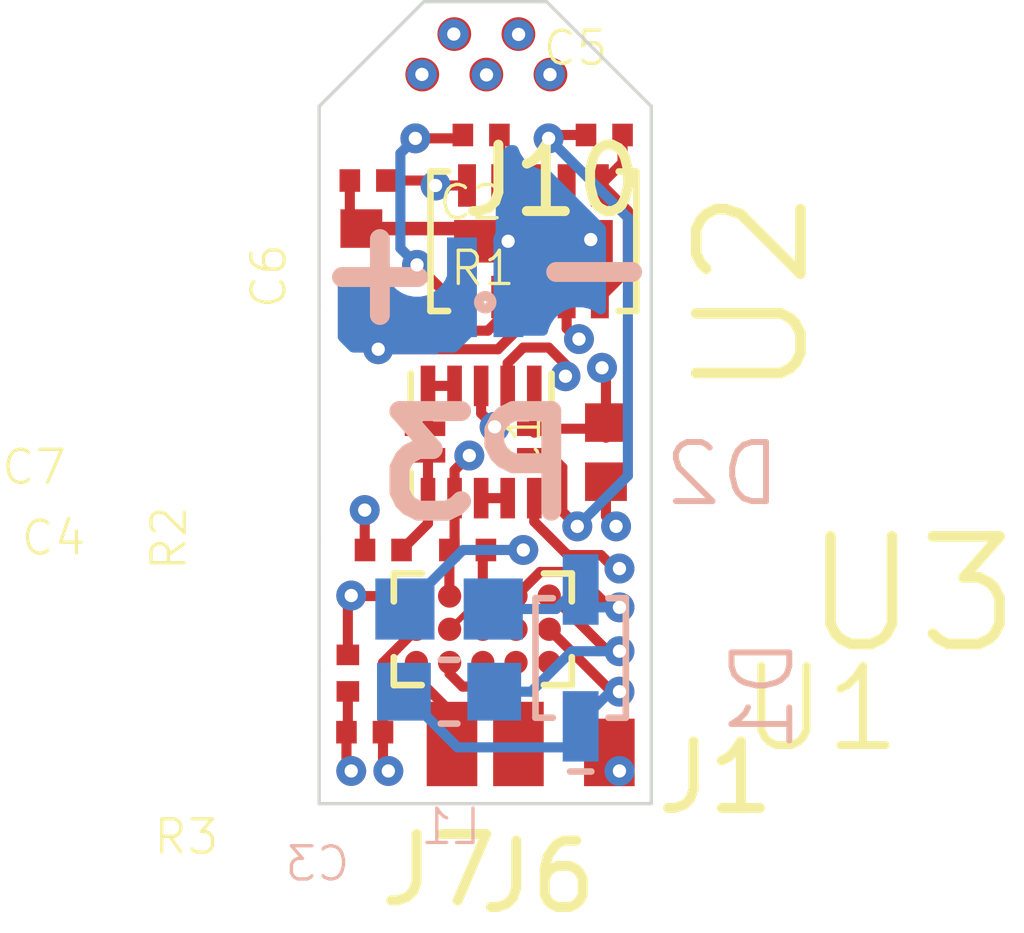
<source format=kicad_pcb>
(kicad_pcb (version 20171130) (host pcbnew "(5.1.4)-1")

  (general
    (thickness 0.8)
    (drawings 13)
    (tracks 207)
    (zones 0)
    (modules 20)
    (nets 23)
  )

  (page A4)
  (layers
    (0 F.Cu signal)
    (1 In1.Cu power)
    (2 In2.Cu signal)
    (3 In3.Cu signal)
    (4 In4.Cu signal)
    (31 B.Cu signal)
    (32 B.Adhes user)
    (33 F.Adhes user)
    (34 B.Paste user)
    (35 F.Paste user)
    (36 B.SilkS user)
    (37 F.SilkS user)
    (38 B.Mask user)
    (39 F.Mask user)
    (40 Dwgs.User user)
    (41 Cmts.User user)
    (42 Eco1.User user)
    (43 Eco2.User user)
    (44 Edge.Cuts user)
    (45 Margin user)
    (46 B.CrtYd user hide)
    (47 F.CrtYd user hide)
    (48 B.Fab user hide)
    (49 F.Fab user hide)
  )

  (setup
    (last_trace_width 0.254)
    (user_trace_width 0.09)
    (user_trace_width 0.1016)
    (user_trace_width 0.152)
    (user_trace_width 0.2032)
    (user_trace_width 0.254)
    (trace_clearance 0.0889)
    (zone_clearance 0.254)
    (zone_45_only yes)
    (trace_min 0.0889)
    (via_size 0.45)
    (via_drill 0.2)
    (via_min_size 0.45)
    (via_min_drill 0.2)
    (user_via 0.45 0.2)
    (uvia_size 0.45)
    (uvia_drill 0.2)
    (uvias_allowed no)
    (uvia_min_size 0.2)
    (uvia_min_drill 0.1)
    (edge_width 0.15)
    (segment_width 0.2)
    (pcb_text_width 0.3)
    (pcb_text_size 1.5 1.5)
    (mod_edge_width 0.15)
    (mod_text_size 1 1)
    (mod_text_width 0.15)
    (pad_size 0.762 1.016)
    (pad_drill 0)
    (pad_to_mask_clearance 0.0254)
    (solder_mask_min_width 0.1016)
    (aux_axis_origin 13.2842 23.7842)
    (grid_origin 13.2842 23.7842)
    (visible_elements 7FFFFFFF)
    (pcbplotparams
      (layerselection 0x010fc_ffffffff)
      (usegerberextensions true)
      (usegerberattributes false)
      (usegerberadvancedattributes false)
      (creategerberjobfile false)
      (excludeedgelayer true)
      (linewidth 0.100000)
      (plotframeref false)
      (viasonmask false)
      (mode 1)
      (useauxorigin true)
      (hpglpennumber 1)
      (hpglpenspeed 20)
      (hpglpendiameter 15.000000)
      (psnegative false)
      (psa4output false)
      (plotreference true)
      (plotvalue true)
      (plotinvisibletext false)
      (padsonsilk false)
      (subtractmaskfromsilk true)
      (outputformat 1)
      (mirror false)
      (drillshape 0)
      (scaleselection 1)
      (outputdirectory "Output/"))
  )

  (net 0 "")
  (net 1 "Net-(U2-Pad3)")
  (net 2 "Net-(U1-PadB3)")
  (net 3 "Net-(U1-PadB4)")
  (net 4 "Net-(U1-PadC3)")
  (net 5 "Net-(U1-PadC4)")
  (net 6 "Net-(U1-PadC5)")
  (net 7 "Net-(D1-PadA)")
  (net 8 "Net-(C3-Pad1)")
  (net 9 "Net-(R1-Pad1)")
  (net 10 /I_SET)
  (net 11 GND)
  (net 12 +3V3)
  (net 13 "Net-(C5-Pad1)")
  (net 14 /ENT)
  (net 15 "Net-(D2-PadA)")
  (net 16 "Net-(C6-Pad1)")
  (net 17 "Net-(C5-Pad2)")
  (net 18 /SCL)
  (net 19 /SDA)
  (net 20 /EWL1)
  (net 21 /EWL2)
  (net 22 "Net-(U3-Pad11)")

  (net_class Default "This is the default net class."
    (clearance 0.0889)
    (trace_width 0.0889)
    (via_dia 0.45)
    (via_drill 0.2)
    (uvia_dia 0.45)
    (uvia_drill 0.2)
    (add_net +3V3)
    (add_net /ENT)
    (add_net /EWL1)
    (add_net /EWL2)
    (add_net /I_SET)
    (add_net /SCL)
    (add_net /SDA)
    (add_net GND)
    (add_net "Net-(C3-Pad1)")
    (add_net "Net-(C5-Pad1)")
    (add_net "Net-(C5-Pad2)")
    (add_net "Net-(C6-Pad1)")
    (add_net "Net-(D1-PadA)")
    (add_net "Net-(D2-PadA)")
    (add_net "Net-(R1-Pad1)")
    (add_net "Net-(U1-PadB3)")
    (add_net "Net-(U1-PadB4)")
    (add_net "Net-(U1-PadC3)")
    (add_net "Net-(U1-PadC4)")
    (add_net "Net-(U1-PadC5)")
    (add_net "Net-(U2-Pad3)")
    (add_net "Net-(U3-Pad11)")
  )

  (module .Connector:Conn_1x1_250x750_Pad (layer F.Cu) (tedit 5C6F1B27) (tstamp 5C6F41C8)
    (at 17.653 23.0124)
    (path /5C6FD752)
    (fp_text reference J1 (at 1.6002 0.381) (layer F.SilkS)
      (effects (font (size 1 1) (thickness 0.15)))
    )
    (fp_text value Conn_01x01 (at 0 -0.5) (layer F.Fab)
      (effects (font (size 1 1) (thickness 0.15)))
    )
    (pad 1 smd rect (at 0 0) (size 0.762 1.016) (layers F.Cu F.Paste F.Mask)
      (net 11 GND))
  )

  (module .Capacitor:C_0201_0603Metric_L (layer F.Cu) (tedit 5C18ACD5) (tstamp 5C6E69C0)
    (at 14.2494 19.9644 180)
    (descr "Capacitor, Chip; 0.60 mm L X 0.30 mm W X 0.33 mm H body")
    (path /5C6FB71E)
    (attr smd)
    (fp_text reference C7 (at 0 0 180) (layer F.Fab)
      (effects (font (size 1 1) (thickness 0.1)))
    )
    (fp_text value GRM033R61A104ME15D (at 0 0 180) (layer F.Fab)
      (effects (font (size 1.2 1.2) (thickness 0.12)))
    )
    (fp_text user %R (at 5.2578 1.2446 180) (layer F.SilkS)
      (effects (font (size 0.5 0.5) (thickness 0.05)))
    )
    (fp_line (start -0.15 -0.15) (end -0.15 0.15) (layer Dwgs.User) (width 0.025))
    (fp_line (start -0.15 0.15) (end -0.3 0.15) (layer Dwgs.User) (width 0.025))
    (fp_line (start -0.3 0.15) (end -0.3 -0.15) (layer Dwgs.User) (width 0.025))
    (fp_line (start -0.3 -0.15) (end -0.15 -0.15) (layer Dwgs.User) (width 0.025))
    (fp_line (start 0.15 0.15) (end 0.15 -0.15) (layer Dwgs.User) (width 0.025))
    (fp_line (start 0.15 -0.15) (end 0.3 -0.15) (layer Dwgs.User) (width 0.025))
    (fp_line (start 0.3 -0.15) (end 0.3 0.15) (layer Dwgs.User) (width 0.025))
    (fp_line (start 0.3 0.15) (end 0.15 0.15) (layer Dwgs.User) (width 0.025))
    (fp_line (start -0.3 0.15) (end -0.3 -0.15) (layer Dwgs.User) (width 0.025))
    (fp_line (start -0.3 -0.15) (end 0.3 -0.15) (layer Dwgs.User) (width 0.025))
    (fp_line (start 0.3 -0.15) (end 0.3 0.15) (layer Dwgs.User) (width 0.025))
    (fp_line (start 0.3 0.15) (end -0.3 0.15) (layer Dwgs.User) (width 0.025))
    (fp_line (start -0.32 0.17) (end -0.32 -0.17) (layer F.Fab) (width 0.12))
    (fp_line (start -0.32 -0.17) (end 0.32 -0.17) (layer F.Fab) (width 0.12))
    (fp_line (start 0.32 -0.17) (end 0.32 0.17) (layer F.Fab) (width 0.12))
    (fp_line (start 0.32 0.17) (end -0.32 0.17) (layer F.Fab) (width 0.12))
    (fp_line (start -0.53 0.27) (end -0.53 -0.27) (layer F.CrtYd) (width 0.05))
    (fp_line (start -0.53 -0.27) (end 0.53 -0.27) (layer F.CrtYd) (width 0.05))
    (fp_line (start 0.53 -0.27) (end 0.53 0.27) (layer F.CrtYd) (width 0.05))
    (fp_line (start 0.53 0.27) (end -0.53 0.27) (layer F.CrtYd) (width 0.05))
    (fp_circle (center 0 0) (end 0 0.1013) (layer F.CrtYd) (width 0.05))
    (fp_line (start 0.135 0) (end -0.135 0) (layer F.CrtYd) (width 0.05))
    (fp_line (start 0 -0.135) (end 0 0.135) (layer F.CrtYd) (width 0.05))
    (pad 1 smd rect (at -0.275 0 180) (size 0.31 0.34) (layers F.Cu F.Paste F.Mask)
      (net 12 +3V3))
    (pad 2 smd rect (at 0.275 0 180) (size 0.31 0.34) (layers F.Cu F.Paste F.Mask)
      (net 11 GND))
    (model ${KICAD_AHARONI_LAB}/Modules/Capacitor.pretty/C_0201_0603Metric_L.STEP
      (at (xyz 0 0 0))
      (scale (xyz 1 1 1))
      (rotate (xyz -90 0 0))
    )
  )

  (module .Resistor:R_0201_0603Metric_ERJ_L (layer F.Cu) (tedit 5C1959FC) (tstamp 5C6F2AEB)
    (at 13.716 21.8186 270)
    (descr "Resistor, Chip; 0.60 mm L X 0.30 mm W X 0.26 mm H body")
    (path /5C6EE157)
    (attr smd)
    (fp_text reference R2 (at 0 0 270) (layer F.Fab)
      (effects (font (size 1 1) (thickness 0.1)))
    )
    (fp_text value ERJ-1GEF1022C (at 0 0 270) (layer F.Fab)
      (effects (font (size 1.2 1.2) (thickness 0.12)))
    )
    (fp_text user %R (at -2.032 2.6924 270) (layer F.SilkS)
      (effects (font (size 0.5 0.5) (thickness 0.05)))
    )
    (fp_line (start -0.15 -0.15) (end -0.15 0.15) (layer Dwgs.User) (width 0.025))
    (fp_line (start -0.15 0.15) (end -0.3 0.15) (layer Dwgs.User) (width 0.025))
    (fp_line (start -0.3 0.15) (end -0.3 -0.15) (layer Dwgs.User) (width 0.025))
    (fp_line (start -0.3 -0.15) (end -0.15 -0.15) (layer Dwgs.User) (width 0.025))
    (fp_line (start 0.15 0.15) (end 0.15 -0.15) (layer Dwgs.User) (width 0.025))
    (fp_line (start 0.15 -0.15) (end 0.3 -0.15) (layer Dwgs.User) (width 0.025))
    (fp_line (start 0.3 -0.15) (end 0.3 0.15) (layer Dwgs.User) (width 0.025))
    (fp_line (start 0.3 0.15) (end 0.15 0.15) (layer Dwgs.User) (width 0.025))
    (fp_line (start -0.3 0.15) (end -0.3 -0.15) (layer Dwgs.User) (width 0.025))
    (fp_line (start -0.3 -0.15) (end 0.3 -0.15) (layer Dwgs.User) (width 0.025))
    (fp_line (start 0.3 -0.15) (end 0.3 0.15) (layer Dwgs.User) (width 0.025))
    (fp_line (start 0.3 0.15) (end -0.3 0.15) (layer Dwgs.User) (width 0.025))
    (fp_line (start -0.32 0.17) (end -0.32 -0.17) (layer F.Fab) (width 0.12))
    (fp_line (start -0.32 -0.17) (end 0.32 -0.17) (layer F.Fab) (width 0.12))
    (fp_line (start 0.32 -0.17) (end 0.32 0.17) (layer F.Fab) (width 0.12))
    (fp_line (start 0.32 0.17) (end -0.32 0.17) (layer F.Fab) (width 0.12))
    (fp_line (start -0.53 0.27) (end -0.53 -0.27) (layer F.CrtYd) (width 0.05))
    (fp_line (start -0.53 -0.27) (end 0.53 -0.27) (layer F.CrtYd) (width 0.05))
    (fp_line (start 0.53 -0.27) (end 0.53 0.27) (layer F.CrtYd) (width 0.05))
    (fp_line (start 0.53 0.27) (end -0.53 0.27) (layer F.CrtYd) (width 0.05))
    (fp_circle (center 0 0) (end 0 0.1013) (layer F.CrtYd) (width 0.05))
    (fp_line (start 0.135 0) (end -0.135 0) (layer F.CrtYd) (width 0.05))
    (fp_line (start 0 -0.135) (end 0 0.135) (layer F.CrtYd) (width 0.05))
    (pad 1 smd rect (at -0.275 0 270) (size 0.31 0.34) (layers F.Cu F.Paste F.Mask)
      (net 19 /SDA))
    (pad 2 smd rect (at 0.275 0 270) (size 0.31 0.34) (layers F.Cu F.Paste F.Mask)
      (net 12 +3V3))
    (model ${KICAD_AHARONI_LAB}/Modules/Resistor.pretty/R_0201_0603Metric_ERJ_L.STEP
      (at (xyz 0 0 0))
      (scale (xyz 1 1 1))
      (rotate (xyz -90 0 0))
    )
  )

  (module .Resistor:R_0201_0603Metric_ERJ_L (layer F.Cu) (tedit 5C1959FC) (tstamp 5C6F2A58)
    (at 13.97 22.7076 180)
    (descr "Resistor, Chip; 0.60 mm L X 0.30 mm W X 0.26 mm H body")
    (path /5C6EE01E)
    (attr smd)
    (fp_text reference R3 (at 0 0 180) (layer F.Fab)
      (effects (font (size 1 1) (thickness 0.1)))
    )
    (fp_text value ERJ-1GEF1022C (at 0 0 180) (layer F.Fab)
      (effects (font (size 1.2 1.2) (thickness 0.12)))
    )
    (fp_line (start 0 -0.135) (end 0 0.135) (layer F.CrtYd) (width 0.05))
    (fp_line (start 0.135 0) (end -0.135 0) (layer F.CrtYd) (width 0.05))
    (fp_circle (center 0 0) (end 0 0.1013) (layer F.CrtYd) (width 0.05))
    (fp_line (start 0.53 0.27) (end -0.53 0.27) (layer F.CrtYd) (width 0.05))
    (fp_line (start 0.53 -0.27) (end 0.53 0.27) (layer F.CrtYd) (width 0.05))
    (fp_line (start -0.53 -0.27) (end 0.53 -0.27) (layer F.CrtYd) (width 0.05))
    (fp_line (start -0.53 0.27) (end -0.53 -0.27) (layer F.CrtYd) (width 0.05))
    (fp_line (start 0.32 0.17) (end -0.32 0.17) (layer F.Fab) (width 0.12))
    (fp_line (start 0.32 -0.17) (end 0.32 0.17) (layer F.Fab) (width 0.12))
    (fp_line (start -0.32 -0.17) (end 0.32 -0.17) (layer F.Fab) (width 0.12))
    (fp_line (start -0.32 0.17) (end -0.32 -0.17) (layer F.Fab) (width 0.12))
    (fp_line (start 0.3 0.15) (end -0.3 0.15) (layer Dwgs.User) (width 0.025))
    (fp_line (start 0.3 -0.15) (end 0.3 0.15) (layer Dwgs.User) (width 0.025))
    (fp_line (start -0.3 -0.15) (end 0.3 -0.15) (layer Dwgs.User) (width 0.025))
    (fp_line (start -0.3 0.15) (end -0.3 -0.15) (layer Dwgs.User) (width 0.025))
    (fp_line (start 0.3 0.15) (end 0.15 0.15) (layer Dwgs.User) (width 0.025))
    (fp_line (start 0.3 -0.15) (end 0.3 0.15) (layer Dwgs.User) (width 0.025))
    (fp_line (start 0.15 -0.15) (end 0.3 -0.15) (layer Dwgs.User) (width 0.025))
    (fp_line (start 0.15 0.15) (end 0.15 -0.15) (layer Dwgs.User) (width 0.025))
    (fp_line (start -0.3 -0.15) (end -0.15 -0.15) (layer Dwgs.User) (width 0.025))
    (fp_line (start -0.3 0.15) (end -0.3 -0.15) (layer Dwgs.User) (width 0.025))
    (fp_line (start -0.15 0.15) (end -0.3 0.15) (layer Dwgs.User) (width 0.025))
    (fp_line (start -0.15 -0.15) (end -0.15 0.15) (layer Dwgs.User) (width 0.025))
    (fp_text user %R (at 2.6858 -1.5766 180) (layer F.SilkS)
      (effects (font (size 0.5 0.5) (thickness 0.05)))
    )
    (pad 2 smd rect (at 0.275 0 180) (size 0.31 0.34) (layers F.Cu F.Paste F.Mask)
      (net 12 +3V3))
    (pad 1 smd rect (at -0.275 0 180) (size 0.31 0.34) (layers F.Cu F.Paste F.Mask)
      (net 18 /SCL))
    (model ${KICAD_AHARONI_LAB}/Modules/Resistor.pretty/R_0201_0603Metric_ERJ_L.STEP
      (at (xyz 0 0 0))
      (scale (xyz 1 1 1))
      (rotate (xyz -90 0 0))
    )
  )

  (module .Capacitor:C_0603_1608Metric_L (layer B.Cu) (tedit 5C5679DD) (tstamp 5C6E8189)
    (at 15.24 22.098)
    (descr "Capacitor, Chip; 1.60 mm L X 0.80 mm W X 0.95 mm H body")
    (path /5C6E0A84)
    (attr smd)
    (fp_text reference C3 (at 0 0) (layer B.Fab)
      (effects (font (size 1 1) (thickness 0.1)) (justify mirror))
    )
    (fp_text value "100nF 100V 0603" (at 0 0) (layer B.Fab)
      (effects (font (size 1.2 1.2) (thickness 0.12)) (justify mirror))
    )
    (fp_text user %R (at -1.9812 2.5908) (layer B.SilkS)
      (effects (font (size 0.5 0.5) (thickness 0.05)) (justify mirror))
    )
    (fp_line (start -0.425 0.4) (end -0.425 -0.4) (layer Dwgs.User) (width 0.025))
    (fp_line (start -0.425 -0.4) (end -0.8 -0.4) (layer Dwgs.User) (width 0.025))
    (fp_line (start -0.8 -0.4) (end -0.8 0.4) (layer Dwgs.User) (width 0.025))
    (fp_line (start -0.8 0.4) (end -0.425 0.4) (layer Dwgs.User) (width 0.025))
    (fp_line (start 0.425 -0.4) (end 0.425 0.4) (layer Dwgs.User) (width 0.025))
    (fp_line (start 0.425 0.4) (end 0.8 0.4) (layer Dwgs.User) (width 0.025))
    (fp_line (start 0.8 0.4) (end 0.8 -0.4) (layer Dwgs.User) (width 0.025))
    (fp_line (start 0.8 -0.4) (end 0.425 -0.4) (layer Dwgs.User) (width 0.025))
    (fp_line (start -0.8 -0.4) (end -0.8 0.4) (layer Dwgs.User) (width 0.025))
    (fp_line (start -0.8 0.4) (end 0.8 0.4) (layer Dwgs.User) (width 0.025))
    (fp_line (start 0.8 0.4) (end 0.8 -0.4) (layer Dwgs.User) (width 0.025))
    (fp_line (start 0.8 -0.4) (end -0.8 -0.4) (layer Dwgs.User) (width 0.025))
    (fp_line (start -0.88 -0.48) (end -0.88 0.48) (layer B.Fab) (width 0.12))
    (fp_line (start -0.88 0.48) (end 0.88 0.48) (layer B.Fab) (width 0.12))
    (fp_line (start 0.88 0.48) (end 0.88 -0.48) (layer B.Fab) (width 0.12))
    (fp_line (start 0.88 -0.48) (end -0.88 -0.48) (layer B.Fab) (width 0.12))
    (fp_line (start -0.125 0.48) (end 0.125 0.48) (layer B.SilkS) (width 0.1))
    (fp_line (start -0.125 -0.48) (end 0.125 -0.48) (layer B.SilkS) (width 0.1))
    (fp_line (start -1.19 -0.58) (end -1.19 0.58) (layer B.CrtYd) (width 0.05))
    (fp_line (start -1.19 0.58) (end 1.19 0.58) (layer B.CrtYd) (width 0.05))
    (fp_line (start 1.19 0.58) (end 1.19 -0.58) (layer B.CrtYd) (width 0.05))
    (fp_line (start 1.19 -0.58) (end -1.19 -0.58) (layer B.CrtYd) (width 0.05))
    (fp_circle (center 0 0) (end 0 -0.2175) (layer B.CrtYd) (width 0.05))
    (fp_line (start 0.29 0) (end -0.29 0) (layer B.CrtYd) (width 0.05))
    (fp_line (start 0 0.29) (end 0 -0.29) (layer B.CrtYd) (width 0.05))
    (pad 1 smd rect (at -0.680001 0) (size 0.81 0.87) (layers B.Cu B.Paste B.Mask)
      (net 8 "Net-(C3-Pad1)"))
    (pad 2 smd rect (at 0.680001 0) (size 0.81 0.87) (layers B.Cu B.Paste B.Mask)
      (net 11 GND))
    (model ${KICAD_AHARONI_LAB}/Modules/Capacitor.pretty/C_0603_1608Metric_L.STEP
      (at (xyz 0 0 0))
      (scale (xyz 1 1 1))
      (rotate (xyz -90 0 0))
    )
  )

  (module .Diode:SOD_323_250X125X110L30X32L (layer B.Cu) (tedit 5C18B119) (tstamp 5C6F2859)
    (at 17.2212 21.59 90)
    (descr "Diode, Small Outline Diode (SOD); 1.70 mm L X 1.25 mm W X 1.10 mm H body")
    (path /5C18B231)
    (attr smd)
    (fp_text reference D1 (at 0 0 90) (layer B.Fab)
      (effects (font (size 1 1) (thickness 0.1)) (justify mirror))
    )
    (fp_text value BAS316 (at 0 0 90) (layer B.Fab)
      (effects (font (size 1.2 1.2) (thickness 0.12)) (justify mirror))
    )
    (fp_text user %R (at -0.5588 2.7432 90) (layer B.SilkS)
      (effects (font (size 0.87 0.87) (thickness 0.09)) (justify mirror))
    )
    (fp_line (start -0.95 0.1625) (end -0.95 -0.1625) (layer Dwgs.User) (width 0.025))
    (fp_line (start -0.95 -0.1625) (end -1.25 -0.1625) (layer Dwgs.User) (width 0.025))
    (fp_line (start -1.25 -0.1625) (end -1.25 0.1625) (layer Dwgs.User) (width 0.025))
    (fp_line (start -1.25 0.1625) (end -0.95 0.1625) (layer Dwgs.User) (width 0.025))
    (fp_line (start 0.95 -0.1625) (end 0.95 0.1625) (layer Dwgs.User) (width 0.025))
    (fp_line (start 0.95 0.1625) (end 1.25 0.1625) (layer Dwgs.User) (width 0.025))
    (fp_line (start 1.25 0.1625) (end 1.25 -0.1625) (layer Dwgs.User) (width 0.025))
    (fp_line (start 1.25 -0.1625) (end 0.95 -0.1625) (layer Dwgs.User) (width 0.025))
    (fp_line (start -0.85 -0.625) (end -0.85 0.625) (layer Dwgs.User) (width 0.025))
    (fp_line (start -0.85 0.625) (end 0.85 0.625) (layer Dwgs.User) (width 0.025))
    (fp_line (start 0.85 0.625) (end 0.85 -0.625) (layer Dwgs.User) (width 0.025))
    (fp_line (start 0.85 -0.625) (end -0.85 -0.625) (layer Dwgs.User) (width 0.025))
    (fp_line (start -0.9 -0.68) (end -0.9 0.68) (layer B.Fab) (width 0.12))
    (fp_line (start -0.9 0.68) (end 0.9 0.68) (layer B.Fab) (width 0.12))
    (fp_line (start 0.9 0.68) (end 0.9 -0.68) (layer B.Fab) (width 0.12))
    (fp_line (start 0.9 -0.68) (end -0.9 -0.68) (layer B.Fab) (width 0.12))
    (fp_line (start -0.9 0.42) (end -0.9 0.68) (layer B.SilkS) (width 0.1))
    (fp_line (start 0.9 -0.42) (end 0.9 -0.68) (layer B.SilkS) (width 0.1))
    (fp_circle (center 0 0) (end 0 -0.25) (layer B.CrtYd) (width 0.05))
    (fp_line (start 0.35 0) (end -0.35 0) (layer B.CrtYd) (width 0.05))
    (fp_line (start 0 0.35) (end 0 -0.35) (layer B.CrtYd) (width 0.05))
    (fp_line (start 0.9 -0.68) (end -0.9 -0.68) (layer B.SilkS) (width 0.1))
    (fp_line (start -0.9 -0.68) (end -0.9 -0.42) (layer B.SilkS) (width 0.1))
    (fp_line (start -0.9 0.68) (end 0.9 0.68) (layer B.SilkS) (width 0.1))
    (fp_line (start 0.9 0.68) (end 0.9 0.42) (layer B.SilkS) (width 0.1))
    (fp_line (start -1.71 -0.16) (end -1.71 0.16) (layer B.SilkS) (width 0.1))
    (fp_line (start -1 -0.78) (end 1 -0.78) (layer B.CrtYd) (width 0.05))
    (fp_line (start 1 -0.78) (end 1 -0.37) (layer B.CrtYd) (width 0.05))
    (fp_line (start 1 -0.37) (end 1.66 -0.37) (layer B.CrtYd) (width 0.05))
    (fp_line (start 1.66 -0.37) (end 1.66 0.37) (layer B.CrtYd) (width 0.05))
    (fp_line (start 1.66 0.37) (end 1 0.37) (layer B.CrtYd) (width 0.05))
    (fp_line (start 1 0.37) (end 1 0.78) (layer B.CrtYd) (width 0.05))
    (fp_line (start 1 0.78) (end -1 0.78) (layer B.CrtYd) (width 0.05))
    (fp_line (start -1 0.78) (end -1 0.37) (layer B.CrtYd) (width 0.05))
    (fp_line (start -1 0.37) (end -1.66 0.37) (layer B.CrtYd) (width 0.05))
    (fp_line (start -1.66 0.37) (end -1.66 -0.37) (layer B.CrtYd) (width 0.05))
    (fp_line (start -1.66 -0.37) (end -1 -0.37) (layer B.CrtYd) (width 0.05))
    (fp_line (start -1 -0.37) (end -1 -0.78) (layer B.CrtYd) (width 0.05))
    (pad C smd rect (at -1.03 0 90) (size 1.06 0.54) (layers B.Cu B.Paste B.Mask)
      (net 8 "Net-(C3-Pad1)"))
    (pad A smd rect (at 1.03 0 90) (size 1.06 0.54) (layers B.Cu B.Paste B.Mask)
      (net 7 "Net-(D1-PadA)"))
    (model ${KICAD_AHARONI_LAB}/Modules/Diode.pretty/SOD_323_250X125X110L30X32L.STEP
      (at (xyz 0 0 0))
      (scale (xyz 1 1 1))
      (rotate (xyz -90 0 0))
    )
  )

  (module .LED:LED_LXZ1_PR01_L locked (layer B.Cu) (tedit 5C1940E7) (tstamp 5C1A5A3E)
    (at 15.7842 16.0092)
    (descr "LED, Chip; 1.30 mm L X 1.70 mm W X 0.76 mm H body")
    (path /5C198A03)
    (attr smd)
    (fp_text reference D2 (at 0 0) (layer B.Fab)
      (effects (font (size 1 1) (thickness 0.1)) (justify mirror))
    )
    (fp_text value LXZ1-PR01 (at 0 0) (layer B.Fab)
      (effects (font (size 1.2 1.2) (thickness 0.12)) (justify mirror))
    )
    (fp_text user %R (at 3.5706 2.8122) (layer B.SilkS)
      (effects (font (size 0.89 0.89) (thickness 0.09)) (justify mirror))
    )
    (fp_line (start -0.35 0.85) (end -0.35 -0.85) (layer Dwgs.User) (width 0.025))
    (fp_line (start -0.35 -0.85) (end -0.65 -0.85) (layer Dwgs.User) (width 0.025))
    (fp_line (start -0.65 -0.85) (end -0.65 0.85) (layer Dwgs.User) (width 0.025))
    (fp_line (start -0.65 0.85) (end -0.35 0.85) (layer Dwgs.User) (width 0.025))
    (fp_line (start 0.35 -0.85) (end 0.35 0.85) (layer Dwgs.User) (width 0.025))
    (fp_line (start 0.35 0.85) (end 0.65 0.85) (layer Dwgs.User) (width 0.025))
    (fp_line (start 0.65 0.85) (end 0.65 -0.85) (layer Dwgs.User) (width 0.025))
    (fp_line (start 0.65 -0.85) (end 0.35 -0.85) (layer Dwgs.User) (width 0.025))
    (fp_line (start -0.65 -0.85) (end -0.65 0.85) (layer Dwgs.User) (width 0.025))
    (fp_line (start -0.65 0.85) (end 0.65 0.85) (layer Dwgs.User) (width 0.025))
    (fp_line (start 0.65 0.85) (end 0.65 -0.85) (layer Dwgs.User) (width 0.025))
    (fp_line (start 0.65 -0.85) (end -0.65 -0.85) (layer Dwgs.User) (width 0.025))
    (fp_line (start -0.69 -0.89) (end -0.69 0.89) (layer B.Fab) (width 0.12))
    (fp_line (start -0.69 0.89) (end 0.69 0.89) (layer B.Fab) (width 0.12))
    (fp_line (start 0.69 0.89) (end 0.69 -0.89) (layer B.Fab) (width 0.12))
    (fp_line (start 0.69 -0.89) (end -0.69 -0.89) (layer B.Fab) (width 0.12))
    (fp_line (start -0.79 -0.99) (end -0.79 0.99) (layer B.CrtYd) (width 0.05))
    (fp_line (start -0.79 0.99) (end 0.79 0.99) (layer B.CrtYd) (width 0.05))
    (fp_line (start 0.79 0.99) (end 0.79 -0.99) (layer B.CrtYd) (width 0.05))
    (fp_line (start 0.79 -0.99) (end -0.79 -0.99) (layer B.CrtYd) (width 0.05))
    (fp_circle (center 0 0) (end 0 -0.25) (layer B.CrtYd) (width 0.05))
    (fp_line (start 0.35 0) (end -0.35 0) (layer B.CrtYd) (width 0.05))
    (fp_line (start 0 0.35) (end 0 -0.35) (layer B.CrtYd) (width 0.05))
    (fp_circle (center 0 0.225) (end 0.02 0.225) (layer B.SilkS) (width 0.15))
    (pad A smd rect (at -0.35 0) (size 0.45 1.5) (layers B.Cu B.Paste B.Mask)
      (net 15 "Net-(D2-PadA)"))
    (pad C smd rect (at 0.35 0) (size 0.45 1.5) (layers B.Cu B.Paste B.Mask)
      (net 11 GND))
    (model ${KICAD_AHARONI_LAB}/Modules/LED.pretty/LED_LXZ1_PR01_L.STEP
      (at (xyz 0 0 0))
      (scale (xyz 1 1 1))
      (rotate (xyz -90 0 0))
    )
  )

  (module .Capacitor:C_0201_0603Metric_L (layer F.Cu) (tedit 5C18ACD5) (tstamp 5C1A3709)
    (at 14.0208 14.4018 180)
    (descr "Capacitor, Chip; 0.60 mm L X 0.30 mm W X 0.33 mm H body")
    (path /5C195649)
    (attr smd)
    (fp_text reference C2 (at 0 0 180) (layer F.Fab)
      (effects (font (size 1 1) (thickness 0.1)))
    )
    (fp_text value GRM033R61A225ME47D (at 0 0 180) (layer F.Fab)
      (effects (font (size 1.2 1.2) (thickness 0.12)))
    )
    (fp_line (start 0 -0.135) (end 0 0.135) (layer F.CrtYd) (width 0.05))
    (fp_line (start 0.135 0) (end -0.135 0) (layer F.CrtYd) (width 0.05))
    (fp_circle (center 0 0) (end 0 0.1013) (layer F.CrtYd) (width 0.05))
    (fp_line (start 0.53 0.27) (end -0.53 0.27) (layer F.CrtYd) (width 0.05))
    (fp_line (start 0.53 -0.27) (end 0.53 0.27) (layer F.CrtYd) (width 0.05))
    (fp_line (start -0.53 -0.27) (end 0.53 -0.27) (layer F.CrtYd) (width 0.05))
    (fp_line (start -0.53 0.27) (end -0.53 -0.27) (layer F.CrtYd) (width 0.05))
    (fp_line (start 0.32 0.17) (end -0.32 0.17) (layer F.Fab) (width 0.12))
    (fp_line (start 0.32 -0.17) (end 0.32 0.17) (layer F.Fab) (width 0.12))
    (fp_line (start -0.32 -0.17) (end 0.32 -0.17) (layer F.Fab) (width 0.12))
    (fp_line (start -0.32 0.17) (end -0.32 -0.17) (layer F.Fab) (width 0.12))
    (fp_line (start 0.3 0.15) (end -0.3 0.15) (layer Dwgs.User) (width 0.025))
    (fp_line (start 0.3 -0.15) (end 0.3 0.15) (layer Dwgs.User) (width 0.025))
    (fp_line (start -0.3 -0.15) (end 0.3 -0.15) (layer Dwgs.User) (width 0.025))
    (fp_line (start -0.3 0.15) (end -0.3 -0.15) (layer Dwgs.User) (width 0.025))
    (fp_line (start 0.3 0.15) (end 0.15 0.15) (layer Dwgs.User) (width 0.025))
    (fp_line (start 0.3 -0.15) (end 0.3 0.15) (layer Dwgs.User) (width 0.025))
    (fp_line (start 0.15 -0.15) (end 0.3 -0.15) (layer Dwgs.User) (width 0.025))
    (fp_line (start 0.15 0.15) (end 0.15 -0.15) (layer Dwgs.User) (width 0.025))
    (fp_line (start -0.3 -0.15) (end -0.15 -0.15) (layer Dwgs.User) (width 0.025))
    (fp_line (start -0.3 0.15) (end -0.3 -0.15) (layer Dwgs.User) (width 0.025))
    (fp_line (start -0.15 0.15) (end -0.3 0.15) (layer Dwgs.User) (width 0.025))
    (fp_line (start -0.15 -0.15) (end -0.15 0.15) (layer Dwgs.User) (width 0.025))
    (fp_text user %R (at -1.5494 -0.3302 180) (layer F.SilkS)
      (effects (font (size 0.5 0.5) (thickness 0.05)))
    )
    (pad 2 smd rect (at 0.275 0 180) (size 0.31 0.34) (layers F.Cu F.Paste F.Mask)
      (net 11 GND))
    (pad 1 smd rect (at -0.275 0 180) (size 0.31 0.34) (layers F.Cu F.Paste F.Mask)
      (net 12 +3V3))
    (model ${KICAD_AHARONI_LAB}/Modules/Capacitor.pretty/C_0201_0603Metric_L.STEP
      (at (xyz 0 0 0))
      (scale (xyz 1 1 1))
      (rotate (xyz -90 0 0))
    )
  )

  (module .Capacitor:C_0201_0603Metric_L (layer F.Cu) (tedit 5C18ACD5) (tstamp 5C1A36CE)
    (at 15.5194 19.9644 180)
    (descr "Capacitor, Chip; 0.60 mm L X 0.30 mm W X 0.33 mm H body")
    (path /5C19445B)
    (attr smd)
    (fp_text reference C4 (at 0 0 180) (layer F.Fab)
      (effects (font (size 1 1) (thickness 0.1)))
    )
    (fp_text value GRM033R61A104ME15D (at 0 0 180) (layer F.Fab)
      (effects (font (size 1.2 1.2) (thickness 0.12)))
    )
    (fp_text user %R (at 6.2352 0.1802 180) (layer F.SilkS)
      (effects (font (size 0.5 0.5) (thickness 0.05)))
    )
    (fp_line (start -0.15 -0.15) (end -0.15 0.15) (layer Dwgs.User) (width 0.025))
    (fp_line (start -0.15 0.15) (end -0.3 0.15) (layer Dwgs.User) (width 0.025))
    (fp_line (start -0.3 0.15) (end -0.3 -0.15) (layer Dwgs.User) (width 0.025))
    (fp_line (start -0.3 -0.15) (end -0.15 -0.15) (layer Dwgs.User) (width 0.025))
    (fp_line (start 0.15 0.15) (end 0.15 -0.15) (layer Dwgs.User) (width 0.025))
    (fp_line (start 0.15 -0.15) (end 0.3 -0.15) (layer Dwgs.User) (width 0.025))
    (fp_line (start 0.3 -0.15) (end 0.3 0.15) (layer Dwgs.User) (width 0.025))
    (fp_line (start 0.3 0.15) (end 0.15 0.15) (layer Dwgs.User) (width 0.025))
    (fp_line (start -0.3 0.15) (end -0.3 -0.15) (layer Dwgs.User) (width 0.025))
    (fp_line (start -0.3 -0.15) (end 0.3 -0.15) (layer Dwgs.User) (width 0.025))
    (fp_line (start 0.3 -0.15) (end 0.3 0.15) (layer Dwgs.User) (width 0.025))
    (fp_line (start 0.3 0.15) (end -0.3 0.15) (layer Dwgs.User) (width 0.025))
    (fp_line (start -0.32 0.17) (end -0.32 -0.17) (layer F.Fab) (width 0.12))
    (fp_line (start -0.32 -0.17) (end 0.32 -0.17) (layer F.Fab) (width 0.12))
    (fp_line (start 0.32 -0.17) (end 0.32 0.17) (layer F.Fab) (width 0.12))
    (fp_line (start 0.32 0.17) (end -0.32 0.17) (layer F.Fab) (width 0.12))
    (fp_line (start -0.53 0.27) (end -0.53 -0.27) (layer F.CrtYd) (width 0.05))
    (fp_line (start -0.53 -0.27) (end 0.53 -0.27) (layer F.CrtYd) (width 0.05))
    (fp_line (start 0.53 -0.27) (end 0.53 0.27) (layer F.CrtYd) (width 0.05))
    (fp_line (start 0.53 0.27) (end -0.53 0.27) (layer F.CrtYd) (width 0.05))
    (fp_circle (center 0 0) (end 0 0.1013) (layer F.CrtYd) (width 0.05))
    (fp_line (start 0.135 0) (end -0.135 0) (layer F.CrtYd) (width 0.05))
    (fp_line (start 0 -0.135) (end 0 0.135) (layer F.CrtYd) (width 0.05))
    (pad 1 smd rect (at -0.275 0 180) (size 0.31 0.34) (layers F.Cu F.Paste F.Mask)
      (net 12 +3V3))
    (pad 2 smd rect (at 0.275 0 180) (size 0.31 0.34) (layers F.Cu F.Paste F.Mask)
      (net 11 GND))
    (model ${KICAD_AHARONI_LAB}/Modules/Capacitor.pretty/C_0201_0603Metric_L.STEP
      (at (xyz 0 0 0))
      (scale (xyz 1 1 1))
      (rotate (xyz -90 0 0))
    )
  )

  (module .Capacitor:C_0201_0603Metric_L (layer F.Cu) (tedit 5C18ACD5) (tstamp 5C1987F4)
    (at 15.7226 13.716 180)
    (descr "Capacitor, Chip; 0.60 mm L X 0.30 mm W X 0.33 mm H body")
    (path /5C1956D5)
    (attr smd)
    (fp_text reference C5 (at 0 0 180) (layer F.Fab)
      (effects (font (size 1 1) (thickness 0.1)))
    )
    (fp_text value GRM033R61A225ME47D (at 0 0 180) (layer F.Fab)
      (effects (font (size 1.2 1.2) (thickness 0.12)))
    )
    (fp_line (start 0 -0.135) (end 0 0.135) (layer F.CrtYd) (width 0.05))
    (fp_line (start 0.135 0) (end -0.135 0) (layer F.CrtYd) (width 0.05))
    (fp_circle (center 0 0) (end 0 0.1013) (layer F.CrtYd) (width 0.05))
    (fp_line (start 0.53 0.27) (end -0.53 0.27) (layer F.CrtYd) (width 0.05))
    (fp_line (start 0.53 -0.27) (end 0.53 0.27) (layer F.CrtYd) (width 0.05))
    (fp_line (start -0.53 -0.27) (end 0.53 -0.27) (layer F.CrtYd) (width 0.05))
    (fp_line (start -0.53 0.27) (end -0.53 -0.27) (layer F.CrtYd) (width 0.05))
    (fp_line (start 0.32 0.17) (end -0.32 0.17) (layer F.Fab) (width 0.12))
    (fp_line (start 0.32 -0.17) (end 0.32 0.17) (layer F.Fab) (width 0.12))
    (fp_line (start -0.32 -0.17) (end 0.32 -0.17) (layer F.Fab) (width 0.12))
    (fp_line (start -0.32 0.17) (end -0.32 -0.17) (layer F.Fab) (width 0.12))
    (fp_line (start 0.3 0.15) (end -0.3 0.15) (layer Dwgs.User) (width 0.025))
    (fp_line (start 0.3 -0.15) (end 0.3 0.15) (layer Dwgs.User) (width 0.025))
    (fp_line (start -0.3 -0.15) (end 0.3 -0.15) (layer Dwgs.User) (width 0.025))
    (fp_line (start -0.3 0.15) (end -0.3 -0.15) (layer Dwgs.User) (width 0.025))
    (fp_line (start 0.3 0.15) (end 0.15 0.15) (layer Dwgs.User) (width 0.025))
    (fp_line (start 0.3 -0.15) (end 0.3 0.15) (layer Dwgs.User) (width 0.025))
    (fp_line (start 0.15 -0.15) (end 0.3 -0.15) (layer Dwgs.User) (width 0.025))
    (fp_line (start 0.15 0.15) (end 0.15 -0.15) (layer Dwgs.User) (width 0.025))
    (fp_line (start -0.3 -0.15) (end -0.15 -0.15) (layer Dwgs.User) (width 0.025))
    (fp_line (start -0.3 0.15) (end -0.3 -0.15) (layer Dwgs.User) (width 0.025))
    (fp_line (start -0.15 0.15) (end -0.3 0.15) (layer Dwgs.User) (width 0.025))
    (fp_line (start -0.15 -0.15) (end -0.15 0.15) (layer Dwgs.User) (width 0.025))
    (fp_text user %R (at -1.4224 1.3081 180) (layer F.SilkS)
      (effects (font (size 0.5 0.5) (thickness 0.05)))
    )
    (pad 2 smd rect (at 0.275 0 180) (size 0.31 0.34) (layers F.Cu F.Paste F.Mask)
      (net 17 "Net-(C5-Pad2)"))
    (pad 1 smd rect (at -0.275 0 180) (size 0.31 0.34) (layers F.Cu F.Paste F.Mask)
      (net 13 "Net-(C5-Pad1)"))
    (model ${KICAD_AHARONI_LAB}/Modules/Capacitor.pretty/C_0201_0603Metric_L.STEP
      (at (xyz 0 0 0))
      (scale (xyz 1 1 1))
      (rotate (xyz -90 0 0))
    )
  )

  (module .Capacitor:C_0402_1005Metric_L (layer F.Cu) (tedit 5C18ACF7) (tstamp 5C19879D)
    (at 13.9192 15.5702 90)
    (descr "Capacitor, Chip; 1.00 mm L X 0.50 mm W X 0.65 mm H body")
    (path /5C1958AD)
    (attr smd)
    (fp_text reference C6 (at 0 0 90) (layer F.Fab)
      (effects (font (size 1 1) (thickness 0.1)))
    )
    (fp_text value GRM155R60J475ME87D (at 0 0 90) (layer F.Fab)
      (effects (font (size 1.2 1.2) (thickness 0.12)))
    )
    (fp_line (start 0 -0.215) (end 0 0.215) (layer F.CrtYd) (width 0.05))
    (fp_line (start 0.215 0) (end -0.215 0) (layer F.CrtYd) (width 0.05))
    (fp_circle (center 0 0) (end 0 0.1612) (layer F.CrtYd) (width 0.05))
    (fp_line (start 0.84 0.43) (end -0.84 0.43) (layer F.CrtYd) (width 0.05))
    (fp_line (start 0.84 -0.43) (end 0.84 0.43) (layer F.CrtYd) (width 0.05))
    (fp_line (start -0.84 -0.43) (end 0.84 -0.43) (layer F.CrtYd) (width 0.05))
    (fp_line (start -0.84 0.43) (end -0.84 -0.43) (layer F.CrtYd) (width 0.05))
    (fp_line (start 0.58 0.33) (end -0.58 0.33) (layer F.Fab) (width 0.12))
    (fp_line (start 0.58 -0.33) (end 0.58 0.33) (layer F.Fab) (width 0.12))
    (fp_line (start -0.58 -0.33) (end 0.58 -0.33) (layer F.Fab) (width 0.12))
    (fp_line (start -0.58 0.33) (end -0.58 -0.33) (layer F.Fab) (width 0.12))
    (fp_line (start 0.5 0.25) (end -0.5 0.25) (layer Dwgs.User) (width 0.025))
    (fp_line (start 0.5 -0.25) (end 0.5 0.25) (layer Dwgs.User) (width 0.025))
    (fp_line (start -0.5 -0.25) (end 0.5 -0.25) (layer Dwgs.User) (width 0.025))
    (fp_line (start -0.5 0.25) (end -0.5 -0.25) (layer Dwgs.User) (width 0.025))
    (fp_line (start 0.5 0.25) (end 0.25 0.25) (layer Dwgs.User) (width 0.025))
    (fp_line (start 0.5 -0.25) (end 0.5 0.25) (layer Dwgs.User) (width 0.025))
    (fp_line (start 0.25 -0.25) (end 0.5 -0.25) (layer Dwgs.User) (width 0.025))
    (fp_line (start 0.25 0.25) (end 0.25 -0.25) (layer Dwgs.User) (width 0.025))
    (fp_line (start -0.5 -0.25) (end -0.25 -0.25) (layer Dwgs.User) (width 0.025))
    (fp_line (start -0.5 0.25) (end -0.5 -0.25) (layer Dwgs.User) (width 0.025))
    (fp_line (start -0.25 0.25) (end -0.5 0.25) (layer Dwgs.User) (width 0.025))
    (fp_line (start -0.25 -0.25) (end -0.25 0.25) (layer Dwgs.User) (width 0.025))
    (fp_text user %R (at -0.271901 -1.393201 90) (layer F.SilkS)
      (effects (font (size 0.5 0.5) (thickness 0.05)))
    )
    (pad 2 smd rect (at 0.445 0 90) (size 0.58 0.63) (layers F.Cu F.Paste F.Mask)
      (net 11 GND))
    (pad 1 smd rect (at -0.445 0 90) (size 0.58 0.63) (layers F.Cu F.Paste F.Mask)
      (net 16 "Net-(C6-Pad1)"))
    (model ${KICAD_AHARONI_LAB}/Modules/Capacitor.pretty/C_0402_1005Metric_L.STEP
      (at (xyz 0 0 0))
      (scale (xyz 1 1 1))
      (rotate (xyz -90 0 0))
    )
  )

  (module .Capacitor:C_0402_1005Metric_L (layer F.Cu) (tedit 5C18ACF7) (tstamp 5C6EBBE0)
    (at 17.6022 18.4912 90)
    (descr "Capacitor, Chip; 1.00 mm L X 0.50 mm W X 0.65 mm H body")
    (path /5C194452)
    (attr smd)
    (fp_text reference C1 (at 0 0 90) (layer F.Fab)
      (effects (font (size 1 1) (thickness 0.1)))
    )
    (fp_text value GRM155R60J475ME87D (at 0 0 90) (layer F.Fab)
      (effects (font (size 1.2 1.2) (thickness 0.12)))
    )
    (fp_text user %R (at 0.127 -1.2446 90) (layer F.SilkS)
      (effects (font (size 0.5 0.5) (thickness 0.05)))
    )
    (fp_line (start -0.25 -0.25) (end -0.25 0.25) (layer Dwgs.User) (width 0.025))
    (fp_line (start -0.25 0.25) (end -0.5 0.25) (layer Dwgs.User) (width 0.025))
    (fp_line (start -0.5 0.25) (end -0.5 -0.25) (layer Dwgs.User) (width 0.025))
    (fp_line (start -0.5 -0.25) (end -0.25 -0.25) (layer Dwgs.User) (width 0.025))
    (fp_line (start 0.25 0.25) (end 0.25 -0.25) (layer Dwgs.User) (width 0.025))
    (fp_line (start 0.25 -0.25) (end 0.5 -0.25) (layer Dwgs.User) (width 0.025))
    (fp_line (start 0.5 -0.25) (end 0.5 0.25) (layer Dwgs.User) (width 0.025))
    (fp_line (start 0.5 0.25) (end 0.25 0.25) (layer Dwgs.User) (width 0.025))
    (fp_line (start -0.5 0.25) (end -0.5 -0.25) (layer Dwgs.User) (width 0.025))
    (fp_line (start -0.5 -0.25) (end 0.5 -0.25) (layer Dwgs.User) (width 0.025))
    (fp_line (start 0.5 -0.25) (end 0.5 0.25) (layer Dwgs.User) (width 0.025))
    (fp_line (start 0.5 0.25) (end -0.5 0.25) (layer Dwgs.User) (width 0.025))
    (fp_line (start -0.58 0.33) (end -0.58 -0.33) (layer F.Fab) (width 0.12))
    (fp_line (start -0.58 -0.33) (end 0.58 -0.33) (layer F.Fab) (width 0.12))
    (fp_line (start 0.58 -0.33) (end 0.58 0.33) (layer F.Fab) (width 0.12))
    (fp_line (start 0.58 0.33) (end -0.58 0.33) (layer F.Fab) (width 0.12))
    (fp_line (start -0.84 0.43) (end -0.84 -0.43) (layer F.CrtYd) (width 0.05))
    (fp_line (start -0.84 -0.43) (end 0.84 -0.43) (layer F.CrtYd) (width 0.05))
    (fp_line (start 0.84 -0.43) (end 0.84 0.43) (layer F.CrtYd) (width 0.05))
    (fp_line (start 0.84 0.43) (end -0.84 0.43) (layer F.CrtYd) (width 0.05))
    (fp_circle (center 0 0) (end 0 0.1612) (layer F.CrtYd) (width 0.05))
    (fp_line (start 0.215 0) (end -0.215 0) (layer F.CrtYd) (width 0.05))
    (fp_line (start 0 -0.215) (end 0 0.215) (layer F.CrtYd) (width 0.05))
    (pad 1 smd rect (at -0.445 0 90) (size 0.58 0.63) (layers F.Cu F.Paste F.Mask)
      (net 12 +3V3))
    (pad 2 smd rect (at 0.445 0 90) (size 0.58 0.63) (layers F.Cu F.Paste F.Mask)
      (net 11 GND))
    (model ${KICAD_AHARONI_LAB}/Modules/Capacitor.pretty/C_0402_1005Metric_L.STEP
      (at (xyz 0 0 0))
      (scale (xyz 1 1 1))
      (rotate (xyz -90 0 0))
    )
  )

  (module .Connector:Conn_1x1_250x750_Pad (layer F.Cu) (tedit 5C6F1475) (tstamp 5C6F27E3)
    (at 15.2842 22.8854)
    (path /5C1BE5C6)
    (fp_text reference J7 (at -0.2 1.9) (layer F.SilkS)
      (effects (font (size 1 1) (thickness 0.15)))
    )
    (fp_text value Conn_01x01 (at 0 -0.5) (layer F.Fab)
      (effects (font (size 1 1) (thickness 0.15)))
    )
    (pad 1 smd rect (at 0 0) (size 0.762 1.27) (layers F.Cu F.Paste F.Mask)
      (net 21 /EWL2))
  )

  (module .Connector:Conn_1x1_250x750_Pad (layer F.Cu) (tedit 5C6F1485) (tstamp 5C19CFC4)
    (at 16.2842 22.8854)
    (path /5C1BE586)
    (fp_text reference J6 (at 0.3 2) (layer F.SilkS)
      (effects (font (size 1 1) (thickness 0.15)))
    )
    (fp_text value Conn_01x01 (at 0 -0.5) (layer F.Fab)
      (effects (font (size 1 1) (thickness 0.15)))
    )
    (pad 1 smd rect (at 0 0) (size 0.762 1.27) (layers F.Cu F.Paste F.Mask)
      (net 20 /EWL1))
  )

  (module .Resistor:R_0201_0603Metric_ERJ_L (layer F.Cu) (tedit 5C1959FC) (tstamp 5C1995D8)
    (at 17.5768 13.716)
    (descr "Resistor, Chip; 0.60 mm L X 0.30 mm W X 0.26 mm H body")
    (path /5C1AA029)
    (attr smd)
    (fp_text reference R1 (at 0 0) (layer F.Fab)
      (effects (font (size 1 1) (thickness 0.1)))
    )
    (fp_text value ERJ-1GEF1022C (at 0 0) (layer F.Fab)
      (effects (font (size 1.2 1.2) (thickness 0.12)))
    )
    (fp_text user %R (at -1.8288 2.0066) (layer F.SilkS)
      (effects (font (size 0.5 0.5) (thickness 0.05)))
    )
    (fp_line (start -0.15 -0.15) (end -0.15 0.15) (layer Dwgs.User) (width 0.025))
    (fp_line (start -0.15 0.15) (end -0.3 0.15) (layer Dwgs.User) (width 0.025))
    (fp_line (start -0.3 0.15) (end -0.3 -0.15) (layer Dwgs.User) (width 0.025))
    (fp_line (start -0.3 -0.15) (end -0.15 -0.15) (layer Dwgs.User) (width 0.025))
    (fp_line (start 0.15 0.15) (end 0.15 -0.15) (layer Dwgs.User) (width 0.025))
    (fp_line (start 0.15 -0.15) (end 0.3 -0.15) (layer Dwgs.User) (width 0.025))
    (fp_line (start 0.3 -0.15) (end 0.3 0.15) (layer Dwgs.User) (width 0.025))
    (fp_line (start 0.3 0.15) (end 0.15 0.15) (layer Dwgs.User) (width 0.025))
    (fp_line (start -0.3 0.15) (end -0.3 -0.15) (layer Dwgs.User) (width 0.025))
    (fp_line (start -0.3 -0.15) (end 0.3 -0.15) (layer Dwgs.User) (width 0.025))
    (fp_line (start 0.3 -0.15) (end 0.3 0.15) (layer Dwgs.User) (width 0.025))
    (fp_line (start 0.3 0.15) (end -0.3 0.15) (layer Dwgs.User) (width 0.025))
    (fp_line (start -0.32 0.17) (end -0.32 -0.17) (layer F.Fab) (width 0.12))
    (fp_line (start -0.32 -0.17) (end 0.32 -0.17) (layer F.Fab) (width 0.12))
    (fp_line (start 0.32 -0.17) (end 0.32 0.17) (layer F.Fab) (width 0.12))
    (fp_line (start 0.32 0.17) (end -0.32 0.17) (layer F.Fab) (width 0.12))
    (fp_line (start -0.53 0.27) (end -0.53 -0.27) (layer F.CrtYd) (width 0.05))
    (fp_line (start -0.53 -0.27) (end 0.53 -0.27) (layer F.CrtYd) (width 0.05))
    (fp_line (start 0.53 -0.27) (end 0.53 0.27) (layer F.CrtYd) (width 0.05))
    (fp_line (start 0.53 0.27) (end -0.53 0.27) (layer F.CrtYd) (width 0.05))
    (fp_circle (center 0 0) (end 0 0.1013) (layer F.CrtYd) (width 0.05))
    (fp_line (start 0.135 0) (end -0.135 0) (layer F.CrtYd) (width 0.05))
    (fp_line (start 0 -0.135) (end 0 0.135) (layer F.CrtYd) (width 0.05))
    (pad 1 smd rect (at -0.275 0) (size 0.31 0.34) (layers F.Cu F.Paste F.Mask)
      (net 9 "Net-(R1-Pad1)"))
    (pad 2 smd rect (at 0.275 0) (size 0.31 0.34) (layers F.Cu F.Paste F.Mask)
      (net 10 /I_SET))
    (model ${KICAD_AHARONI_LAB}/Modules/Resistor.pretty/R_0201_0603Metric_ERJ_L.STEP
      (at (xyz 0 0 0))
      (scale (xyz 1 1 1))
      (rotate (xyz -90 0 0))
    )
  )

  (module .Inductor:L_0603_1608Metric_L (layer B.Cu) (tedit 5C18AC53) (tstamp 5C6EA3BF)
    (at 15.24 20.8534)
    (descr "Inductor, Chip; 1.60 mm L X 0.80 mm W X 1.00 mm H body")
    (path /5C18B403)
    (attr smd)
    (fp_text reference L1 (at 0 0) (layer B.Fab)
      (effects (font (size 1 1) (thickness 0.1)) (justify mirror))
    )
    (fp_text value LQM18PN3R3MGHD (at 0 0) (layer B.Fab)
      (effects (font (size 1.2 1.2) (thickness 0.12)) (justify mirror))
    )
    (fp_text user %R (at 0.0254 3.2766) (layer B.SilkS)
      (effects (font (size 0.52 0.52) (thickness 0.05)) (justify mirror))
    )
    (fp_line (start -0.4 0.4) (end -0.4 -0.4) (layer Dwgs.User) (width 0.025))
    (fp_line (start -0.4 -0.4) (end -0.8 -0.4) (layer Dwgs.User) (width 0.025))
    (fp_line (start -0.8 -0.4) (end -0.8 0.4) (layer Dwgs.User) (width 0.025))
    (fp_line (start -0.8 0.4) (end -0.4 0.4) (layer Dwgs.User) (width 0.025))
    (fp_line (start 0.4 -0.4) (end 0.4 0.4) (layer Dwgs.User) (width 0.025))
    (fp_line (start 0.4 0.4) (end 0.8 0.4) (layer Dwgs.User) (width 0.025))
    (fp_line (start 0.8 0.4) (end 0.8 -0.4) (layer Dwgs.User) (width 0.025))
    (fp_line (start 0.8 -0.4) (end 0.4 -0.4) (layer Dwgs.User) (width 0.025))
    (fp_line (start -0.8 -0.4) (end -0.8 0.4) (layer Dwgs.User) (width 0.025))
    (fp_line (start -0.8 0.4) (end 0.8 0.4) (layer Dwgs.User) (width 0.025))
    (fp_line (start 0.8 0.4) (end 0.8 -0.4) (layer Dwgs.User) (width 0.025))
    (fp_line (start 0.8 -0.4) (end -0.8 -0.4) (layer Dwgs.User) (width 0.025))
    (fp_line (start -0.9 -0.5) (end -0.9 0.5) (layer B.Fab) (width 0.12))
    (fp_line (start -0.9 0.5) (end 0.9 0.5) (layer B.Fab) (width 0.12))
    (fp_line (start 0.9 0.5) (end 0.9 -0.5) (layer B.Fab) (width 0.12))
    (fp_line (start 0.9 -0.5) (end -0.9 -0.5) (layer B.Fab) (width 0.12))
    (fp_line (start -1.21 -0.6) (end -1.21 0.6) (layer B.CrtYd) (width 0.05))
    (fp_line (start -1.21 0.6) (end 1.21 0.6) (layer B.CrtYd) (width 0.05))
    (fp_line (start 1.21 0.6) (end 1.21 -0.6) (layer B.CrtYd) (width 0.05))
    (fp_line (start 1.21 -0.6) (end -1.21 -0.6) (layer B.CrtYd) (width 0.05))
    (fp_circle (center 0 0) (end 0 -0.225) (layer B.CrtYd) (width 0.05))
    (fp_line (start 0.3 0) (end -0.3 0) (layer B.CrtYd) (width 0.05))
    (fp_line (start 0 0.3) (end 0 -0.3) (layer B.CrtYd) (width 0.05))
    (pad 1 smd rect (at -0.665 0) (size 0.89 0.92) (layers B.Cu B.Paste B.Mask)
      (net 12 +3V3))
    (pad 2 smd rect (at 0.665 0) (size 0.89 0.92) (layers B.Cu B.Paste B.Mask)
      (net 7 "Net-(D1-PadA)"))
    (model ${KICAD_AHARONI_LAB}/Modules/Inductor.pretty/L_0603_1608Metric_L.STEP
      (at (xyz 0 0 0))
      (scale (xyz 1 1 1))
      (rotate (xyz -90 0 0))
    )
  )

  (module .Package_BGA:BGA_15_NP50_3X5_155X255X69B31N (layer F.Cu) (tedit 5C18A3EA) (tstamp 5C6F309C)
    (at 15.748 21.1582)
    (descr "Ball Grid Array (BGA), 0.50 mm pitch, rect.; 15 pin, 1.55 mm L X 2.555 mm W X 0.69 mm H body")
    (path /5C189E9C)
    (attr smd)
    (fp_text reference U1 (at 0 0) (layer F.Fab)
      (effects (font (size 1 1) (thickness 0.1)))
    )
    (fp_text value MAX14574EWL+ (at 0 0) (layer F.Fab)
      (effects (font (size 1.2 1.2) (thickness 0.12)))
    )
    (fp_line (start 1.34 -0.84) (end 0.92 -0.84) (layer F.SilkS) (width 0.1))
    (fp_line (start 1.34 -0.42) (end 1.34 -0.84) (layer F.SilkS) (width 0.1))
    (fp_line (start 1.34 0.84) (end 0.92 0.84) (layer F.SilkS) (width 0.1))
    (fp_line (start 1.34 0.42) (end 1.34 0.84) (layer F.SilkS) (width 0.1))
    (fp_line (start -1.34 0.84) (end -0.92 0.84) (layer F.SilkS) (width 0.1))
    (fp_line (start -1.34 0.42) (end -1.34 0.84) (layer F.SilkS) (width 0.1))
    (fp_line (start -1.34 -0.84) (end -0.92 -0.84) (layer F.SilkS) (width 0.1))
    (fp_line (start -1.34 -0.42) (end -1.34 -0.84) (layer F.SilkS) (width 0.1))
    (fp_line (start 1.34 0.84) (end -1.34 0.84) (layer F.Fab) (width 0.12))
    (fp_line (start 1.34 -0.84) (end 1.34 0.84) (layer F.Fab) (width 0.12))
    (fp_line (start -1.34 -0.84) (end 1.34 -0.84) (layer F.Fab) (width 0.12))
    (fp_line (start -1.34 0.84) (end -1.34 -0.84) (layer F.Fab) (width 0.12))
    (fp_line (start 1.2775 0.775) (end -1.2775 0.775) (layer Dwgs.User) (width 0.025))
    (fp_line (start 1.2775 -0.775) (end 1.2775 0.775) (layer Dwgs.User) (width 0.025))
    (fp_line (start -1.2775 -0.775) (end 1.2775 -0.775) (layer Dwgs.User) (width 0.025))
    (fp_line (start -1.2775 0.775) (end -1.2775 -0.775) (layer Dwgs.User) (width 0.025))
    (fp_line (start 0 -0.35) (end 0 0.35) (layer F.CrtYd) (width 0.05))
    (fp_line (start 0.35 0) (end -0.35 0) (layer F.CrtYd) (width 0.05))
    (fp_circle (center 0 0) (end 0 0.25) (layer F.CrtYd) (width 0.05))
    (fp_line (start 1.6 1.1) (end -1.6 1.1) (layer F.CrtYd) (width 0.05))
    (fp_line (start 1.6 -1.1) (end 1.6 1.1) (layer F.CrtYd) (width 0.05))
    (fp_line (start -1.6 -1.1) (end 1.6 -1.1) (layer F.CrtYd) (width 0.05))
    (fp_line (start -1.6 1.1) (end -1.6 -1.1) (layer F.CrtYd) (width 0.05))
    (fp_circle (center 1 0.5) (end 1 0.655) (layer Dwgs.User) (width 0.025))
    (fp_circle (center 0.5 0.5) (end 0.5 0.655) (layer Dwgs.User) (width 0.025))
    (fp_circle (center 0 0.5) (end 0 0.655) (layer Dwgs.User) (width 0.025))
    (fp_circle (center -0.5 0.5) (end -0.5 0.655) (layer Dwgs.User) (width 0.025))
    (fp_circle (center -1 0.5) (end -1 0.655) (layer Dwgs.User) (width 0.025))
    (fp_circle (center 1 0) (end 1 0.155) (layer Dwgs.User) (width 0.025))
    (fp_circle (center 0.5 0) (end 0.5 0.155) (layer Dwgs.User) (width 0.025))
    (fp_circle (center 0 0) (end 0 0.155) (layer Dwgs.User) (width 0.025))
    (fp_circle (center -0.5 0) (end -0.5 0.155) (layer Dwgs.User) (width 0.025))
    (fp_circle (center -1 0) (end -1 0.155) (layer Dwgs.User) (width 0.025))
    (fp_circle (center 1 -0.5) (end 1 -0.345) (layer Dwgs.User) (width 0.025))
    (fp_circle (center 0.5 -0.5) (end 0.5 -0.345) (layer Dwgs.User) (width 0.025))
    (fp_circle (center 0 -0.5) (end 0 -0.345) (layer Dwgs.User) (width 0.025))
    (fp_circle (center -0.5 -0.5) (end -0.5 -0.345) (layer Dwgs.User) (width 0.025))
    (fp_circle (center -1 -0.5) (end -1 -0.345) (layer Dwgs.User) (width 0.025))
    (fp_text user %R (at 5.1 1.2) (layer F.SilkS)
      (effects (font (size 1.19 1.19) (thickness 0.12)))
    )
    (pad C5 smd circle (at 1 0.5) (size 0.35 0.35) (layers F.Cu F.Paste F.Mask)
      (net 6 "Net-(U1-PadC5)"))
    (pad C4 smd circle (at 0.5 0.5) (size 0.35 0.35) (layers F.Cu F.Paste F.Mask)
      (net 5 "Net-(U1-PadC4)"))
    (pad C3 smd circle (at 0 0.5) (size 0.35 0.35) (layers F.Cu F.Paste F.Mask)
      (net 4 "Net-(U1-PadC3)"))
    (pad C2 smd circle (at -0.5 0.5) (size 0.35 0.35) (layers F.Cu F.Paste F.Mask)
      (net 20 /EWL1))
    (pad C1 smd circle (at -1 0.5) (size 0.35 0.35) (layers F.Cu F.Paste F.Mask)
      (net 21 /EWL2))
    (pad B5 smd circle (at 1 0) (size 0.35 0.35) (layers F.Cu F.Paste F.Mask)
      (net 8 "Net-(C3-Pad1)"))
    (pad B4 smd circle (at 0.5 0) (size 0.35 0.35) (layers F.Cu F.Paste F.Mask)
      (net 3 "Net-(U1-PadB4)"))
    (pad B3 smd circle (at 0 0) (size 0.35 0.35) (layers F.Cu F.Paste F.Mask)
      (net 2 "Net-(U1-PadB3)"))
    (pad B2 smd circle (at -0.5 0) (size 0.35 0.35) (layers F.Cu F.Paste F.Mask)
      (net 12 +3V3))
    (pad B1 smd circle (at -1 0) (size 0.35 0.35) (layers F.Cu F.Paste F.Mask)
      (net 18 /SCL))
    (pad A5 smd circle (at 1 -0.5) (size 0.35 0.35) (layers F.Cu F.Paste F.Mask)
      (net 11 GND))
    (pad A4 smd circle (at 0.5 -0.5) (size 0.35 0.35) (layers F.Cu F.Paste F.Mask)
      (net 7 "Net-(D1-PadA)"))
    (pad A3 smd circle (at 0 -0.5) (size 0.35 0.35) (layers F.Cu F.Paste F.Mask)
      (net 12 +3V3))
    (pad A2 smd circle (at -0.5 -0.5) (size 0.35 0.35) (layers F.Cu F.Paste F.Mask)
      (net 11 GND))
    (pad A1 smd circle (at -1 -0.5) (size 0.35 0.35) (layers F.Cu F.Paste F.Mask)
      (net 19 /SDA))
    (model ${KICAD_AHARONI_LAB}/Modules/Package_BGA.pretty/BGA_15_NP50_3X5_155X255X69B31N.STEP
      (at (xyz 0 0 0))
      (scale (xyz 1 1 1))
      (rotate (xyz -90 0 0))
    )
  )

  (module .Package_QFN:QFN_14_P40_200X200X40L40X20L (layer F.Cu) (tedit 5C1756D8) (tstamp 5C19ED51)
    (at 15.7226 18.3388)
    (descr "Quad Flat No-Lead (QFN), 0.40 mm pitch; square, 5 pin X 2 pin, 2.00 mm L X 2.00 mm W X 0.40 mm H body")
    (path /5C189F4C)
    (attr smd)
    (fp_text reference U2 (at 0 0) (layer F.Fab)
      (effects (font (size 1 1) (thickness 0.1)))
    )
    (fp_text value TPL0102-100RUCR (at 0 0) (layer F.Fab)
      (effects (font (size 1.2 1.2) (thickness 0.12)))
    )
    (fp_line (start 1.01 1.13) (end 1.13 1.13) (layer F.CrtYd) (width 0.05))
    (fp_line (start 1.01 1.25) (end 1.01 1.13) (layer F.CrtYd) (width 0.05))
    (fp_line (start -1.01 1.25) (end 1.01 1.25) (layer F.CrtYd) (width 0.05))
    (fp_line (start -1.01 1.13) (end -1.01 1.25) (layer F.CrtYd) (width 0.05))
    (fp_line (start -1.13 1.13) (end -1.01 1.13) (layer F.CrtYd) (width 0.05))
    (fp_line (start -1.13 0.41) (end -1.13 1.13) (layer F.CrtYd) (width 0.05))
    (fp_line (start -1.25 0.41) (end -1.13 0.41) (layer F.CrtYd) (width 0.05))
    (fp_line (start -1.25 -0.41) (end -1.25 0.41) (layer F.CrtYd) (width 0.05))
    (fp_line (start -1.13 -0.41) (end -1.25 -0.41) (layer F.CrtYd) (width 0.05))
    (fp_line (start -1.13 -1.13) (end -1.13 -0.41) (layer F.CrtYd) (width 0.05))
    (fp_line (start -1.01 -1.13) (end -1.13 -1.13) (layer F.CrtYd) (width 0.05))
    (fp_line (start -1.01 -1.25) (end -1.01 -1.13) (layer F.CrtYd) (width 0.05))
    (fp_line (start 1.01 -1.25) (end -1.01 -1.25) (layer F.CrtYd) (width 0.05))
    (fp_line (start 1.01 -1.13) (end 1.01 -1.25) (layer F.CrtYd) (width 0.05))
    (fp_line (start 1.13 -1.13) (end 1.01 -1.13) (layer F.CrtYd) (width 0.05))
    (fp_line (start 1.13 -0.41) (end 1.13 -1.13) (layer F.CrtYd) (width 0.05))
    (fp_line (start 1.25 -0.41) (end 1.13 -0.41) (layer F.CrtYd) (width 0.05))
    (fp_line (start 1.25 0.41) (end 1.25 -0.41) (layer F.CrtYd) (width 0.05))
    (fp_line (start 1.13 0.41) (end 1.25 0.41) (layer F.CrtYd) (width 0.05))
    (fp_line (start 1.13 1.13) (end 1.13 0.41) (layer F.CrtYd) (width 0.05))
    (fp_line (start -1.06 -1.03) (end -1.06 -0.46) (layer F.SilkS) (width 0.1))
    (fp_line (start 1.06 -1.03) (end 1.06 -0.46) (layer F.SilkS) (width 0.1))
    (fp_line (start 1.06 1.03) (end 1.06 0.46) (layer F.SilkS) (width 0.1))
    (fp_line (start -1.06 1.03) (end -1.06 0.46) (layer F.SilkS) (width 0.1))
    (fp_line (start -0.35 0) (end 0.35 0) (layer F.CrtYd) (width 0.05))
    (fp_line (start 0 -0.35) (end 0 0.35) (layer F.CrtYd) (width 0.05))
    (fp_circle (center 0 0) (end 0 0.25) (layer F.CrtYd) (width 0.05))
    (fp_line (start 1.03 1.03) (end -1.03 1.03) (layer F.Fab) (width 0.12))
    (fp_line (start 1.03 -1.03) (end 1.03 1.03) (layer F.Fab) (width 0.12))
    (fp_line (start -1.03 -1.03) (end 1.03 -1.03) (layer F.Fab) (width 0.12))
    (fp_line (start -1.03 1.03) (end -1.03 -1.03) (layer F.Fab) (width 0.12))
    (fp_line (start 1 1) (end -1 1) (layer Dwgs.User) (width 0.025))
    (fp_line (start 1 -1) (end 1 1) (layer Dwgs.User) (width 0.025))
    (fp_line (start -1 -1) (end 1 -1) (layer Dwgs.User) (width 0.025))
    (fp_line (start -1 1) (end -1 -1) (layer Dwgs.User) (width 0.025))
    (fp_line (start -1 0.1) (end -0.6 0.1) (layer Dwgs.User) (width 0.025))
    (fp_line (start -1 0.3) (end -1 0.1) (layer Dwgs.User) (width 0.025))
    (fp_line (start -0.6 0.3) (end -1 0.3) (layer Dwgs.User) (width 0.025))
    (fp_line (start -0.6 0.1) (end -0.6 0.3) (layer Dwgs.User) (width 0.025))
    (fp_line (start -1 -0.3) (end -0.6 -0.3) (layer Dwgs.User) (width 0.025))
    (fp_line (start -1 -0.1) (end -1 -0.3) (layer Dwgs.User) (width 0.025))
    (fp_line (start -0.6 -0.1) (end -1 -0.1) (layer Dwgs.User) (width 0.025))
    (fp_line (start -0.6 -0.3) (end -0.6 -0.1) (layer Dwgs.User) (width 0.025))
    (fp_line (start -0.7 -1) (end -0.7 -0.6) (layer Dwgs.User) (width 0.025))
    (fp_line (start -0.9 -1) (end -0.7 -1) (layer Dwgs.User) (width 0.025))
    (fp_line (start -0.9 -0.6) (end -0.9 -1) (layer Dwgs.User) (width 0.025))
    (fp_line (start -0.7 -0.6) (end -0.9 -0.6) (layer Dwgs.User) (width 0.025))
    (fp_line (start -0.3 -1) (end -0.3 -0.6) (layer Dwgs.User) (width 0.025))
    (fp_line (start -0.5 -1) (end -0.3 -1) (layer Dwgs.User) (width 0.025))
    (fp_line (start -0.5 -0.6) (end -0.5 -1) (layer Dwgs.User) (width 0.025))
    (fp_line (start -0.3 -0.6) (end -0.5 -0.6) (layer Dwgs.User) (width 0.025))
    (fp_line (start 0.1 -1) (end 0.1 -0.6) (layer Dwgs.User) (width 0.025))
    (fp_line (start -0.1 -1) (end 0.1 -1) (layer Dwgs.User) (width 0.025))
    (fp_line (start -0.1 -0.6) (end -0.1 -1) (layer Dwgs.User) (width 0.025))
    (fp_line (start 0.1 -0.6) (end -0.1 -0.6) (layer Dwgs.User) (width 0.025))
    (fp_line (start 0.5 -1) (end 0.5 -0.6) (layer Dwgs.User) (width 0.025))
    (fp_line (start 0.3 -1) (end 0.5 -1) (layer Dwgs.User) (width 0.025))
    (fp_line (start 0.3 -0.6) (end 0.3 -1) (layer Dwgs.User) (width 0.025))
    (fp_line (start 0.5 -0.6) (end 0.3 -0.6) (layer Dwgs.User) (width 0.025))
    (fp_line (start 0.9 -1) (end 0.9 -0.6) (layer Dwgs.User) (width 0.025))
    (fp_line (start 0.7 -1) (end 0.9 -1) (layer Dwgs.User) (width 0.025))
    (fp_line (start 0.7 -0.6) (end 0.7 -1) (layer Dwgs.User) (width 0.025))
    (fp_line (start 0.9 -0.6) (end 0.7 -0.6) (layer Dwgs.User) (width 0.025))
    (fp_line (start 1 -0.1) (end 0.6 -0.1) (layer Dwgs.User) (width 0.025))
    (fp_line (start 1 -0.3) (end 1 -0.1) (layer Dwgs.User) (width 0.025))
    (fp_line (start 0.6 -0.3) (end 1 -0.3) (layer Dwgs.User) (width 0.025))
    (fp_line (start 0.6 -0.1) (end 0.6 -0.3) (layer Dwgs.User) (width 0.025))
    (fp_line (start 1 0.3) (end 0.6 0.3) (layer Dwgs.User) (width 0.025))
    (fp_line (start 1 0.1) (end 1 0.3) (layer Dwgs.User) (width 0.025))
    (fp_line (start 0.6 0.1) (end 1 0.1) (layer Dwgs.User) (width 0.025))
    (fp_line (start 0.6 0.3) (end 0.6 0.1) (layer Dwgs.User) (width 0.025))
    (fp_line (start 0.7 1) (end 0.7 0.6) (layer Dwgs.User) (width 0.025))
    (fp_line (start 0.9 1) (end 0.7 1) (layer Dwgs.User) (width 0.025))
    (fp_line (start 0.9 0.6) (end 0.9 1) (layer Dwgs.User) (width 0.025))
    (fp_line (start 0.7 0.6) (end 0.9 0.6) (layer Dwgs.User) (width 0.025))
    (fp_line (start 0.3 1) (end 0.3 0.6) (layer Dwgs.User) (width 0.025))
    (fp_line (start 0.5 1) (end 0.3 1) (layer Dwgs.User) (width 0.025))
    (fp_line (start 0.5 0.6) (end 0.5 1) (layer Dwgs.User) (width 0.025))
    (fp_line (start 0.3 0.6) (end 0.5 0.6) (layer Dwgs.User) (width 0.025))
    (fp_line (start -0.1 1) (end -0.1 0.6) (layer Dwgs.User) (width 0.025))
    (fp_line (start 0.1 1) (end -0.1 1) (layer Dwgs.User) (width 0.025))
    (fp_line (start 0.1 0.6) (end 0.1 1) (layer Dwgs.User) (width 0.025))
    (fp_line (start -0.1 0.6) (end 0.1 0.6) (layer Dwgs.User) (width 0.025))
    (fp_line (start -0.5 1) (end -0.5 0.6) (layer Dwgs.User) (width 0.025))
    (fp_line (start -0.3 1) (end -0.5 1) (layer Dwgs.User) (width 0.025))
    (fp_line (start -0.3 0.6) (end -0.3 1) (layer Dwgs.User) (width 0.025))
    (fp_line (start -0.5 0.6) (end -0.3 0.6) (layer Dwgs.User) (width 0.025))
    (fp_line (start -0.9 1) (end -0.9 0.6) (layer Dwgs.User) (width 0.025))
    (fp_line (start -0.7 1) (end -0.9 1) (layer Dwgs.User) (width 0.025))
    (fp_line (start -0.7 0.6) (end -0.7 1) (layer Dwgs.User) (width 0.025))
    (fp_line (start -0.9 0.6) (end -0.7 0.6) (layer Dwgs.User) (width 0.025))
    (fp_text user %R (at 4.0894 -2.2352 90) (layer F.SilkS)
      (effects (font (size 1.57 1.57) (thickness 0.16)))
    )
    (pad 14 smd rect (at -0.845 0.2) (size 0.61 0.22) (layers F.Cu F.Paste F.Mask)
      (net 12 +3V3))
    (pad 13 smd rect (at -0.845 -0.2) (size 0.61 0.22) (layers F.Cu F.Paste F.Mask)
      (net 11 GND))
    (pad 12 smd rect (at -0.8 -0.845 90) (size 0.61 0.22) (layers F.Cu F.Paste F.Mask)
      (net 11 GND))
    (pad 11 smd rect (at -0.4 -0.845 90) (size 0.61 0.22) (layers F.Cu F.Paste F.Mask)
      (net 11 GND))
    (pad 10 smd rect (at 0 -0.845 90) (size 0.61 0.22) (layers F.Cu F.Paste F.Mask)
      (net 18 /SCL))
    (pad 9 smd rect (at 0.4 -0.845 90) (size 0.61 0.22) (layers F.Cu F.Paste F.Mask)
      (net 19 /SDA))
    (pad 8 smd rect (at 0.8 -0.845 90) (size 0.61 0.22) (layers F.Cu F.Paste F.Mask)
      (net 11 GND))
    (pad 7 smd rect (at 0.845 -0.2) (size 0.61 0.22) (layers F.Cu F.Paste F.Mask)
      (net 11 GND))
    (pad 6 smd rect (at 0.845 0.2) (size 0.61 0.22) (layers F.Cu F.Paste F.Mask)
      (net 9 "Net-(R1-Pad1)"))
    (pad 5 smd rect (at 0.8 0.845 90) (size 0.61 0.22) (layers F.Cu F.Paste F.Mask)
      (net 11 GND))
    (pad 4 smd rect (at 0.4 0.845 90) (size 0.61 0.22) (layers F.Cu F.Paste F.Mask)
      (net 1 "Net-(U2-Pad3)"))
    (pad 3 smd rect (at 0 0.845 90) (size 0.61 0.22) (layers F.Cu F.Paste F.Mask)
      (net 1 "Net-(U2-Pad3)"))
    (pad 2 smd rect (at -0.4 0.845 90) (size 0.61 0.22) (layers F.Cu F.Paste F.Mask)
      (net 11 GND))
    (pad 1 smd rect (at -0.8 0.845 90) (size 0.61 0.22) (layers F.Cu F.Paste F.Mask)
      (net 12 +3V3))
    (model ${KICAD_AHARONI_LAB}/Modules/Package_QFN.pretty/QFN_14_P40_200X200X40L40X20L.STEP
      (at (xyz 0 0 0))
      (scale (xyz 1 1 1))
      (rotate (xyz -90 0 0))
    )
  )

  (module .Package_SON:SON_11_P50_300X200X80L40X25T239X64L (layer F.Cu) (tedit 5C19985C) (tstamp 5C6E9CEB)
    (at 16.51 15.3162)
    (descr "Small Outline No-Lead (SON with Tab), 0.50 mm pitch; 10 pin, 3.00 mm L X 2.00 mm W X 0.80 mm H body")
    (path /5C18A1DE)
    (attr smd)
    (fp_text reference U3 (at 0 0) (layer F.Fab)
      (effects (font (size 1 1) (thickness 0.1)))
    )
    (fp_text value LTC3218 (at 0 0) (layer F.Fab)
      (effects (font (size 1.2 1.2) (thickness 0.12)))
    )
    (fp_line (start 1.235 1.15) (end 1.65 1.15) (layer F.CrtYd) (width 0.05))
    (fp_line (start 1.235 1.26) (end 1.235 1.15) (layer F.CrtYd) (width 0.05))
    (fp_line (start -1.235 1.26) (end 1.235 1.26) (layer F.CrtYd) (width 0.05))
    (fp_line (start -1.235 1.15) (end -1.235 1.26) (layer F.CrtYd) (width 0.05))
    (fp_line (start -1.65 1.15) (end -1.235 1.15) (layer F.CrtYd) (width 0.05))
    (fp_line (start -1.65 -1.15) (end -1.65 1.15) (layer F.CrtYd) (width 0.05))
    (fp_line (start -1.235 -1.15) (end -1.65 -1.15) (layer F.CrtYd) (width 0.05))
    (fp_line (start -1.235 -1.26) (end -1.235 -1.15) (layer F.CrtYd) (width 0.05))
    (fp_line (start 1.235 -1.26) (end -1.235 -1.26) (layer F.CrtYd) (width 0.05))
    (fp_line (start 1.235 -1.15) (end 1.235 -1.26) (layer F.CrtYd) (width 0.05))
    (fp_line (start 1.65 -1.15) (end 1.235 -1.15) (layer F.CrtYd) (width 0.05))
    (fp_line (start 1.65 1.15) (end 1.65 -1.15) (layer F.CrtYd) (width 0.05))
    (fp_line (start -1.55 -1.05) (end -1.285 -1.05) (layer F.SilkS) (width 0.1))
    (fp_line (start -1.55 1.05) (end -1.55 -1.05) (layer F.SilkS) (width 0.1))
    (fp_line (start -1.285 1.05) (end -1.55 1.05) (layer F.SilkS) (width 0.1))
    (fp_line (start 1.55 -1.05) (end 1.285 -1.05) (layer F.SilkS) (width 0.1))
    (fp_line (start 1.55 1.05) (end 1.55 -1.05) (layer F.SilkS) (width 0.1))
    (fp_line (start 1.285 1.05) (end 1.55 1.05) (layer F.SilkS) (width 0.1))
    (fp_line (start -0.35 0) (end 0.35 0) (layer F.CrtYd) (width 0.05))
    (fp_line (start 0 -0.35) (end 0 0.35) (layer F.CrtYd) (width 0.05))
    (fp_circle (center 0 0) (end 0 0.25) (layer F.CrtYd) (width 0.05))
    (fp_line (start 1.55 1.05) (end -1.55 1.05) (layer F.Fab) (width 0.12))
    (fp_line (start 1.55 -1.05) (end 1.55 1.05) (layer F.Fab) (width 0.12))
    (fp_line (start -1.55 -1.05) (end 1.55 -1.05) (layer F.Fab) (width 0.12))
    (fp_line (start -1.55 1.05) (end -1.55 -1.05) (layer F.Fab) (width 0.12))
    (fp_line (start 1.5 1) (end -1.5 1) (layer Dwgs.User) (width 0.025))
    (fp_line (start 1.5 -1) (end 1.5 1) (layer Dwgs.User) (width 0.025))
    (fp_line (start -1.5 -1) (end 1.5 -1) (layer Dwgs.User) (width 0.025))
    (fp_line (start -1.5 1) (end -1.5 -1) (layer Dwgs.User) (width 0.025))
    (fp_line (start -1.195 0.07) (end -0.945 0.32) (layer Dwgs.User) (width 0.025))
    (fp_line (start -1.195 -0.27) (end -1.195 0.07) (layer Dwgs.User) (width 0.025))
    (fp_arc (start -1.145 -0.27) (end -1.195 -0.27) (angle 90) (layer Dwgs.User) (width 0.025))
    (fp_line (start 1.145 -0.32) (end -1.145 -0.32) (layer Dwgs.User) (width 0.025))
    (fp_arc (start 1.145 -0.27) (end 1.145 -0.32) (angle 90) (layer Dwgs.User) (width 0.025))
    (fp_line (start 1.195 0.27) (end 1.195 -0.27) (layer Dwgs.User) (width 0.025))
    (fp_arc (start 1.145 0.27) (end 1.195 0.27) (angle 90) (layer Dwgs.User) (width 0.025))
    (fp_line (start -0.945 0.32) (end 1.145 0.32) (layer Dwgs.User) (width 0.025))
    (fp_line (start -0.875 -1) (end -1.125 -1) (layer Dwgs.User) (width 0.025))
    (fp_line (start -0.875 -0.725) (end -0.875 -1) (layer Dwgs.User) (width 0.025))
    (fp_arc (start -1 -0.725) (end -0.875 -0.725) (angle 180) (layer Dwgs.User) (width 0.025))
    (fp_line (start -1.125 -1) (end -1.125 -0.725) (layer Dwgs.User) (width 0.025))
    (fp_line (start -0.375 -1) (end -0.625 -1) (layer Dwgs.User) (width 0.025))
    (fp_line (start -0.375 -0.725) (end -0.375 -1) (layer Dwgs.User) (width 0.025))
    (fp_arc (start -0.5 -0.725) (end -0.375 -0.725) (angle 180) (layer Dwgs.User) (width 0.025))
    (fp_line (start -0.625 -1) (end -0.625 -0.725) (layer Dwgs.User) (width 0.025))
    (fp_line (start 0.125 -1) (end -0.125 -1) (layer Dwgs.User) (width 0.025))
    (fp_line (start 0.125 -0.725) (end 0.125 -1) (layer Dwgs.User) (width 0.025))
    (fp_arc (start 0 -0.725) (end 0.125 -0.725) (angle 180) (layer Dwgs.User) (width 0.025))
    (fp_line (start -0.125 -1) (end -0.125 -0.725) (layer Dwgs.User) (width 0.025))
    (fp_line (start 0.625 -1) (end 0.375 -1) (layer Dwgs.User) (width 0.025))
    (fp_line (start 0.625 -0.725) (end 0.625 -1) (layer Dwgs.User) (width 0.025))
    (fp_arc (start 0.5 -0.725) (end 0.625 -0.725) (angle 180) (layer Dwgs.User) (width 0.025))
    (fp_line (start 0.375 -1) (end 0.375 -0.725) (layer Dwgs.User) (width 0.025))
    (fp_line (start 1.125 -1) (end 0.875 -1) (layer Dwgs.User) (width 0.025))
    (fp_line (start 1.125 -0.725) (end 1.125 -1) (layer Dwgs.User) (width 0.025))
    (fp_arc (start 1 -0.725) (end 1.125 -0.725) (angle 180) (layer Dwgs.User) (width 0.025))
    (fp_line (start 0.875 -1) (end 0.875 -0.725) (layer Dwgs.User) (width 0.025))
    (fp_line (start 0.875 1) (end 1.125 1) (layer Dwgs.User) (width 0.025))
    (fp_line (start 0.875 0.725) (end 0.875 1) (layer Dwgs.User) (width 0.025))
    (fp_arc (start 1 0.725) (end 0.875 0.725) (angle 180) (layer Dwgs.User) (width 0.025))
    (fp_line (start 1.125 1) (end 1.125 0.725) (layer Dwgs.User) (width 0.025))
    (fp_line (start 0.375 1) (end 0.625 1) (layer Dwgs.User) (width 0.025))
    (fp_line (start 0.375 0.725) (end 0.375 1) (layer Dwgs.User) (width 0.025))
    (fp_arc (start 0.5 0.725) (end 0.375 0.725) (angle 180) (layer Dwgs.User) (width 0.025))
    (fp_line (start 0.625 1) (end 0.625 0.725) (layer Dwgs.User) (width 0.025))
    (fp_line (start -0.125 1) (end 0.125 1) (layer Dwgs.User) (width 0.025))
    (fp_line (start -0.125 0.725) (end -0.125 1) (layer Dwgs.User) (width 0.025))
    (fp_arc (start 0 0.725) (end -0.125 0.725) (angle 180) (layer Dwgs.User) (width 0.025))
    (fp_line (start 0.125 1) (end 0.125 0.725) (layer Dwgs.User) (width 0.025))
    (fp_line (start -0.625 1) (end -0.375 1) (layer Dwgs.User) (width 0.025))
    (fp_line (start -0.625 0.725) (end -0.625 1) (layer Dwgs.User) (width 0.025))
    (fp_arc (start -0.5 0.725) (end -0.625 0.725) (angle 180) (layer Dwgs.User) (width 0.025))
    (fp_line (start -0.375 1) (end -0.375 0.725) (layer Dwgs.User) (width 0.025))
    (fp_line (start -1.125 1) (end -0.875 1) (layer Dwgs.User) (width 0.025))
    (fp_line (start -1.125 0.725) (end -1.125 1) (layer Dwgs.User) (width 0.025))
    (fp_arc (start -1 0.725) (end -1.125 0.725) (angle 180) (layer Dwgs.User) (width 0.025))
    (fp_line (start -0.875 1) (end -0.875 0.725) (layer Dwgs.User) (width 0.025))
    (fp_text user %R (at 5.706973 5.322352) (layer F.SilkS)
      (effects (font (size 1.62 1.62) (thickness 0.16)))
    )
    (pad 11 smd rect (at 0 0 90) (size 0.64 2.39) (layers F.Cu F.Paste F.Mask)
      (net 22 "Net-(U3-Pad11)"))
    (pad 10 smd rect (at -1 -0.84 90) (size 0.64 0.27) (layers F.Cu F.Paste F.Mask)
      (net 12 +3V3))
    (pad 9 smd rect (at -0.5 -0.84 90) (size 0.64 0.27) (layers F.Cu F.Paste F.Mask)
      (net 13 "Net-(C5-Pad1)"))
    (pad 8 smd rect (at 0 -0.84 90) (size 0.64 0.27) (layers F.Cu F.Paste F.Mask)
      (net 11 GND))
    (pad 7 smd rect (at 0.5 -0.84 90) (size 0.64 0.27) (layers F.Cu F.Paste F.Mask)
      (net 11 GND))
    (pad 6 smd rect (at 1 -0.84 90) (size 0.64 0.27) (layers F.Cu F.Paste F.Mask)
      (net 10 /I_SET))
    (pad 5 smd rect (at 1 0.84 90) (size 0.64 0.27) (layers F.Cu F.Paste F.Mask)
      (net 10 /I_SET))
    (pad 4 smd rect (at 0.5 0.84 90) (size 0.64 0.27) (layers F.Cu F.Paste F.Mask)
      (net 14 /ENT))
    (pad 3 smd rect (at 0 0.84 90) (size 0.64 0.27) (layers F.Cu F.Paste F.Mask)
      (net 15 "Net-(D2-PadA)"))
    (pad 2 smd rect (at -0.5 0.84 90) (size 0.64 0.27) (layers F.Cu F.Paste F.Mask)
      (net 16 "Net-(C6-Pad1)"))
    (pad 1 smd rect (at -1 0.84 90) (size 0.64 0.27) (layers F.Cu F.Paste F.Mask)
      (net 17 "Net-(C5-Pad2)"))
    (model ${KICAD_AHARONI_LAB}/Modules/Package_SON.pretty/SON_11_P50_300X200X80L40X25T239X64L.STEP
      (at (xyz 0 0 0))
      (scale (xyz 1 1 1))
      (rotate (xyz -90 0 0))
    )
  )

  (module .Connector:B2B_Flex_05_Dual_Row_38milx24mil_Pad_20mil_copy (layer F.Cu) (tedit 5C2DBA66) (tstamp 5E10538E)
    (at 16.76654 12.80632 180)
    (path /5C6E2114)
    (fp_text reference J10 (at -0.0254 -1.6002) (layer F.SilkS)
      (effects (font (size 1 1) (thickness 0.15)))
    )
    (fp_text value Conn_01x05 (at 0.3556 3.048) (layer F.Fab)
      (effects (font (size 1 1) (thickness 0.15)))
    )
    (pad 5 smd circle (at 1.930398 0 180) (size 0.508 0.508) (layers F.Cu F.Paste F.Mask)
      (net 12 +3V3) (zone_connect 0))
    (pad 4 smd circle (at 1.447798 0.6096 180) (size 0.508 0.508) (layers F.Cu F.Paste F.Mask)
      (net 11 GND) (zone_connect 0))
    (pad 3 smd circle (at 0.965199 0 180) (size 0.508 0.508) (layers F.Cu F.Paste F.Mask)
      (net 19 /SDA) (zone_connect 0))
    (pad 2 smd circle (at 0.482599 0.6096 180) (size 0.508 0.508) (layers F.Cu F.Paste F.Mask)
      (net 18 /SCL) (zone_connect 0))
    (pad 1 smd circle (at 0 0 180) (size 0.508 0.508) (layers F.Cu F.Paste F.Mask)
      (net 14 /ENT) (zone_connect 0))
  )

  (gr_line (start 16.70904 11.70904) (end 14.86154 11.70904) (layer Edge.Cuts) (width 0.0508))
  (gr_line (start 18.2842 13.2842) (end 16.70904 11.70904) (layer Edge.Cuts) (width 0.0508))
  (gr_line (start 13.2842 13.2842) (end 14.86154 11.70904) (layer Edge.Cuts) (width 0.0508))
  (gr_line (start 13.2842 16.2842) (end 13.2842 19.7842) (layer Edge.Cuts) (width 0.0508) (tstamp 5E1045F8))
  (gr_line (start 13.2842 21.7842) (end 13.2842 23.7842) (layer Edge.Cuts) (width 0.0508) (tstamp 5CC92358))
  (gr_text P3 (at 15.6718 18.6944) (layer B.SilkS) (tstamp 5CC92438)
    (effects (font (size 1.5 1.5) (thickness 0.3)) (justify mirror))
  )
  (gr_text - (at 17.4244 15.6718) (layer B.SilkS)
    (effects (font (size 1.5 1.5) (thickness 0.3)) (justify mirror))
  )
  (gr_text + (at 14.1986 15.748) (layer B.SilkS)
    (effects (font (size 1.5 1.5) (thickness 0.3)) (justify mirror))
  )
  (gr_line (start 13.2842 19.7842) (end 13.2842 21.7842) (layer Edge.Cuts) (width 0.0508))
  (gr_line (start 13.2842 23.7842) (end 18.2842 23.7842) (layer Edge.Cuts) (width 0.0508))
  (gr_line (start 18.2842 16.2842) (end 18.2842 13.2842) (layer Edge.Cuts) (width 0.0508))
  (gr_line (start 18.2842 23.7842) (end 18.2842 16.2842) (layer Edge.Cuts) (width 0.0508) (tstamp 5C6E80E4))
  (gr_line (start 13.2842 13.2842) (end 13.2842 16.2842) (layer Edge.Cuts) (width 0.0508) (tstamp 5C6E4B9A))

  (via (at 16.75892 12.80632) (size 0.45) (drill 0.2) (layers F.Cu B.Cu) (net 14))
  (via (at 15.80388 12.8114) (size 0.45) (drill 0.2) (layers F.Cu B.Cu) (net 19))
  (via (at 16.28648 12.2018) (size 0.45) (drill 0.2) (layers F.Cu B.Cu) (net 18))
  (via (at 14.83106 12.80378) (size 0.45) (drill 0.2) (layers F.Cu B.Cu) (net 12))
  (via (at 15.31112 12.19672) (size 0.45) (drill 0.2) (layers F.Cu B.Cu) (net 11))
  (segment (start 16.1226 19.1838) (end 15.7226 19.1838) (width 0.152) (layer F.Cu) (net 1))
  (segment (start 17.1196 20.2946) (end 17.6784 20.8534) (width 0.152) (layer F.Cu) (net 7))
  (segment (start 16.248 20.6582) (end 16.6116 20.2946) (width 0.152) (layer F.Cu) (net 7))
  (segment (start 16.6116 20.2946) (end 17.1196 20.2946) (width 0.152) (layer F.Cu) (net 7))
  (segment (start 17.6784 20.8534) (end 17.6784 20.8534) (width 0.152) (layer F.Cu) (net 7) (tstamp 5C6F270C))
  (via (at 17.8054 20.828) (size 0.45) (drill 0.2) (layers F.Cu B.Cu) (net 7))
  (segment (start 17.3114 20.828) (end 17.0942 20.6108) (width 0.152) (layer B.Cu) (net 7))
  (segment (start 17.7292 20.828) (end 17.3114 20.828) (width 0.152) (layer B.Cu) (net 7))
  (segment (start 16.8516 20.8534) (end 17.0942 20.6108) (width 0.152) (layer B.Cu) (net 7))
  (segment (start 15.778 20.8534) (end 16.8516 20.8534) (width 0.152) (layer B.Cu) (net 7))
  (segment (start 16.748 21.1582) (end 17.7038 22.114) (width 0.152) (layer F.Cu) (net 8))
  (segment (start 17.7038 22.114) (end 17.7038 22.114) (width 0.152) (layer F.Cu) (net 8) (tstamp 5C6F274D))
  (via (at 17.8054 22.098) (size 0.45) (drill 0.2) (layers F.Cu B.Cu) (net 8))
  (segment (start 17.651 22.114) (end 17.0942 22.6708) (width 0.152) (layer B.Cu) (net 8))
  (segment (start 17.7038 22.114) (end 17.651 22.114) (width 0.152) (layer B.Cu) (net 8))
  (segment (start 17.2212 22.9308) (end 17.2212 22.6708) (width 0.152) (layer B.Cu) (net 8))
  (segment (start 17.2158 22.9362) (end 17.2212 22.9308) (width 0.152) (layer B.Cu) (net 8))
  (segment (start 15.368199 22.9362) (end 17.2158 22.9362) (width 0.152) (layer B.Cu) (net 8))
  (segment (start 14.559999 22.098) (end 14.559999 22.128) (width 0.152) (layer B.Cu) (net 8))
  (segment (start 14.559999 22.128) (end 15.368199 22.9362) (width 0.152) (layer B.Cu) (net 8))
  (via (at 16.7386 13.7668) (size 0.45) (drill 0.2) (layers F.Cu B.Cu) (net 9))
  (segment (start 17.3018 13.716) (end 16.7894 13.716) (width 0.152) (layer F.Cu) (net 9))
  (segment (start 16.7894 13.716) (end 16.7386 13.7668) (width 0.152) (layer F.Cu) (net 9))
  (via (at 17.170406 19.6088) (size 0.45) (drill 0.2) (layers F.Cu B.Cu) (net 9))
  (segment (start 16.5676 18.5388) (end 16.7626 18.5388) (width 0.152) (layer F.Cu) (net 9))
  (segment (start 16.7626 18.5388) (end 16.945407 18.721607) (width 0.152) (layer F.Cu) (net 9))
  (segment (start 17.9324 18.846806) (end 17.395405 19.383801) (width 0.152) (layer B.Cu) (net 9))
  (segment (start 17.395405 19.383801) (end 17.170406 19.6088) (width 0.152) (layer B.Cu) (net 9))
  (segment (start 17.9324 14.9606) (end 17.9324 18.846806) (width 0.152) (layer B.Cu) (net 9))
  (segment (start 16.7386 13.7668) (end 17.9324 14.9606) (width 0.152) (layer B.Cu) (net 9))
  (segment (start 16.945407 19.383801) (end 17.170406 19.6088) (width 0.152) (layer F.Cu) (net 9))
  (segment (start 16.945407 18.721607) (end 16.945407 19.383801) (width 0.152) (layer F.Cu) (net 9))
  (segment (start 17.448 16.08) (end 17.4338 16.08) (width 0.152) (layer F.Cu) (net 10))
  (segment (start 17.9324 15.748) (end 17.5242 16.1562) (width 0.152) (layer F.Cu) (net 10))
  (segment (start 17.9324 14.859) (end 17.9324 15.748) (width 0.152) (layer F.Cu) (net 10))
  (segment (start 17.4338 14.4) (end 17.4734 14.4) (width 0.152) (layer F.Cu) (net 10))
  (segment (start 17.5496 14.4762) (end 17.9324 14.859) (width 0.152) (layer F.Cu) (net 10))
  (segment (start 17.8518 14.1344) (end 17.8518 13.716) (width 0.152) (layer F.Cu) (net 10))
  (segment (start 17.51 14.4762) (end 17.8518 14.1344) (width 0.152) (layer F.Cu) (net 10))
  (via (at 17.8054 23.2918) (size 0.45) (drill 0.2) (layers F.Cu B.Cu) (net 11))
  (segment (start 16.51 14.4762) (end 16.51 15.3162) (width 0.152) (layer F.Cu) (net 11))
  (segment (start 16.9338 15.2146) (end 17.3736 15.2908) (width 0.152) (layer F.Cu) (net 11))
  (segment (start 17.01 14.4762) (end 17.01 15.2908) (width 0.152) (layer F.Cu) (net 11))
  (segment (start 15.3226 17.4938) (end 14.9226 17.4938) (width 0.152) (layer F.Cu) (net 11))
  (segment (start 14.9226 18.0938) (end 14.8776 18.1388) (width 0.152) (layer F.Cu) (net 11))
  (segment (start 14.9226 17.4938) (end 14.9226 18.0938) (width 0.152) (layer F.Cu) (net 11))
  (segment (start 15.3226 19.8862) (end 15.2444 19.9644) (width 0.152) (layer F.Cu) (net 11))
  (segment (start 15.3226 19.1838) (end 15.3226 19.8862) (width 0.152) (layer F.Cu) (net 11))
  (segment (start 15.2444 20.6546) (end 15.248 20.6582) (width 0.152) (layer F.Cu) (net 11))
  (segment (start 15.2444 19.9644) (end 15.2444 20.6546) (width 0.152) (layer F.Cu) (net 11))
  (segment (start 16.5226 17.4938) (end 16.5226 18.199) (width 0.152) (layer F.Cu) (net 11))
  (via (at 15.5448 18.542) (size 0.45) (drill 0.2) (layers F.Cu B.Cu) (net 11))
  (segment (start 15.3226 19.1838) (end 15.3226 18.7642) (width 0.152) (layer F.Cu) (net 11))
  (segment (start 15.3226 18.7642) (end 15.5448 18.542) (width 0.152) (layer F.Cu) (net 11))
  (segment (start 17.4662 18.1388) (end 17.6022 18.2748) (width 0.152) (layer F.Cu) (net 11))
  (segment (start 16.5676 18.1388) (end 17.4662 18.1388) (width 0.152) (layer F.Cu) (net 11))
  (segment (start 16.2216 15.933) (end 16.198 15.933) (width 0.152) (layer B.Cu) (net 11))
  (segment (start 17.3736 15.2908) (end 17.2764 15.2146) (width 0.152) (layer F.Cu) (net 11) (tstamp 5C6EB966))
  (via (at 17.3736 15.2908) (size 0.45) (drill 0.2) (layers F.Cu B.Cu) (net 11))
  (segment (start 13.97 15.176) (end 13.9192 15.1252) (width 0.152) (layer F.Cu) (net 11))
  (segment (start 16.51 15.3162) (end 16.3698 15.176) (width 0.152) (layer F.Cu) (net 11))
  (segment (start 16.3698 15.176) (end 16.129 15.3162) (width 0.152) (layer F.Cu) (net 11))
  (segment (start 13.7458 14.9518) (end 13.9192 15.1252) (width 0.152) (layer F.Cu) (net 11))
  (segment (start 13.7458 14.4018) (end 13.7458 14.9518) (width 0.152) (layer F.Cu) (net 11))
  (via (at 17.5425 17.2212) (size 0.45) (drill 0.2) (layers F.Cu B.Cu) (net 11))
  (segment (start 17.6022 18.0462) (end 17.6022 17.2809) (width 0.152) (layer F.Cu) (net 11))
  (segment (start 17.6022 17.2809) (end 17.5425 17.2212) (width 0.152) (layer F.Cu) (net 11))
  (segment (start 17.526 20.0406) (end 17.653 20.1676) (width 0.152) (layer F.Cu) (net 11))
  (segment (start 17.025152 20.0406) (end 17.526 20.0406) (width 0.152) (layer F.Cu) (net 11))
  (segment (start 16.5226 19.1838) (end 16.5226 19.538048) (width 0.152) (layer F.Cu) (net 11))
  (segment (start 16.5226 19.538048) (end 17.025152 20.0406) (width 0.152) (layer F.Cu) (net 11))
  (via (at 17.8054 20.2438) (size 0.45) (drill 0.2) (layers F.Cu B.Cu) (net 11))
  (segment (start 17.653 20.1676) (end 17.6784 20.1676) (width 0.152) (layer F.Cu) (net 11))
  (segment (start 17.6784 20.1676) (end 17.7546 20.2438) (width 0.152) (layer F.Cu) (net 11))
  (segment (start 17.6276 21.4884) (end 17.7292 21.4884) (width 0.152) (layer F.Cu) (net 11))
  (segment (start 16.748 20.6582) (end 16.7974 20.6582) (width 0.152) (layer F.Cu) (net 11))
  (segment (start 16.7974 20.6582) (end 17.6276 21.4884) (width 0.152) (layer F.Cu) (net 11))
  (segment (start 17.7292 21.4884) (end 17.7546 21.4884) (width 0.152) (layer F.Cu) (net 11) (tstamp 5C6F274B))
  (via (at 17.8054 21.4884) (size 0.45) (drill 0.2) (layers F.Cu B.Cu) (net 11))
  (segment (start 17.487202 21.4884) (end 17.8054 21.4884) (width 0.152) (layer B.Cu) (net 11))
  (segment (start 17.086601 21.4884) (end 17.487202 21.4884) (width 0.152) (layer B.Cu) (net 11))
  (segment (start 16.477001 22.098) (end 17.086601 21.4884) (width 0.152) (layer B.Cu) (net 11))
  (segment (start 15.920001 22.098) (end 16.477001 22.098) (width 0.152) (layer B.Cu) (net 11))
  (via (at 13.970001 19.3637) (size 0.45) (drill 0.2) (layers F.Cu B.Cu) (net 11))
  (segment (start 13.97 19.363699) (end 13.970001 19.3637) (width 0.152) (layer B.Cu) (net 11))
  (segment (start 13.970001 19.960001) (end 13.9744 19.9644) (width 0.152) (layer F.Cu) (net 11))
  (segment (start 13.970001 19.3637) (end 13.970001 19.960001) (width 0.152) (layer F.Cu) (net 11))
  (segment (start 15.494 18.4912) (end 15.5448 18.542) (width 0.152) (layer In1.Cu) (net 11))
  (via (at 16.129 15.3162) (size 0.45) (drill 0.2) (layers F.Cu B.Cu) (net 11))
  (segment (start 16.319 15.1252) (end 16.51 15.3162) (width 0.2032) (layer F.Cu) (net 11))
  (segment (start 13.9192 15.1252) (end 16.319 15.1252) (width 0.2032) (layer F.Cu) (net 11))
  (segment (start 14.719808 12.2272) (end 13.89126 13.055748) (width 0.254) (layer In1.Cu) (net 11))
  (segment (start 15.2908 12.2272) (end 14.719808 12.2272) (width 0.254) (layer In1.Cu) (net 11))
  (segment (start 13.89126 13.055748) (end 13.89126 13.72072) (width 0.254) (layer In1.Cu) (net 11))
  (segment (start 15.2908 12.2272) (end 15.2908 13.71056) (width 0.2032) (layer In1.Cu) (net 11))
  (segment (start 15.2908 13.71056) (end 15.45082 13.87058) (width 0.2032) (layer In1.Cu) (net 11))
  (segment (start 14.9226 18.5838) (end 14.8776 18.5388) (width 0.152) (layer F.Cu) (net 12))
  (segment (start 14.9226 19.1838) (end 14.9226 18.5838) (width 0.152) (layer F.Cu) (net 12))
  (segment (start 15.748 20.0108) (end 15.7944 19.9644) (width 0.152) (layer F.Cu) (net 12))
  (segment (start 15.748 20.6582) (end 15.748 20.0108) (width 0.152) (layer F.Cu) (net 12))
  (via (at 17.7546 19.6088) (size 0.45) (drill 0.2) (layers F.Cu B.Cu) (net 12) (tstamp 5C6EBC21))
  (segment (start 17.6022 18.9362) (end 17.6022 19.4564) (width 0.152) (layer F.Cu) (net 12) (tstamp 5C6EBC1B))
  (segment (start 17.6022 19.4564) (end 17.7546 19.6088) (width 0.152) (layer F.Cu) (net 12) (tstamp 5C6EBC1E))
  (segment (start 14.5244 19.9494) (end 14.5244 19.9644) (width 0.152) (layer F.Cu) (net 12))
  (via (at 16.3576 19.9644) (size 0.45) (drill 0.2) (layers F.Cu B.Cu) (net 12))
  (segment (start 15.7944 19.9644) (end 16.3576 19.9644) (width 0.152) (layer F.Cu) (net 12))
  (segment (start 15.51 14.4762) (end 15.0368 14.4762) (width 0.152) (layer F.Cu) (net 12))
  (segment (start 14.2958 14.4018) (end 14.9624 14.4018) (width 0.152) (layer F.Cu) (net 12))
  (segment (start 14.9624 14.4018) (end 15.0368 14.4762) (width 0.152) (layer F.Cu) (net 12))
  (via (at 15.0368 14.4762) (size 0.45) (drill 0.2) (layers F.Cu B.Cu) (net 12))
  (segment (start 15.748 20.6582) (end 15.248 21.1582) (width 0.0889) (layer F.Cu) (net 12))
  (segment (start 14.9146 19.1838) (end 14.9226 19.1838) (width 0.152) (layer F.Cu) (net 12))
  (segment (start 14.9226 19.5662) (end 14.5244 19.9644) (width 0.152) (layer F.Cu) (net 12))
  (segment (start 14.9226 19.1838) (end 14.9226 19.5662) (width 0.152) (layer F.Cu) (net 12))
  (segment (start 13.716 22.6866) (end 13.695 22.7076) (width 0.152) (layer F.Cu) (net 12))
  (segment (start 13.716 22.0936) (end 13.716 22.6866) (width 0.152) (layer F.Cu) (net 12))
  (via (at 13.7668 23.2918) (size 0.45) (drill 0.2) (layers F.Cu B.Cu) (net 12))
  (segment (start 13.695 22.7076) (end 13.695 23.22) (width 0.152) (layer F.Cu) (net 12))
  (segment (start 13.695 23.22) (end 13.7668 23.2918) (width 0.152) (layer F.Cu) (net 12))
  (segment (start 16.039402 19.9644) (end 16.3576 19.9644) (width 0.152) (layer B.Cu) (net 12))
  (segment (start 15.449 19.9644) (end 16.039402 19.9644) (width 0.152) (layer B.Cu) (net 12))
  (segment (start 14.575 20.8384) (end 15.449 19.9644) (width 0.152) (layer B.Cu) (net 12))
  (segment (start 14.575 20.8534) (end 14.575 20.8384) (width 0.152) (layer B.Cu) (net 12))
  (segment (start 15.261799 14.251201) (end 15.0368 14.4762) (width 0.254) (layer In4.Cu) (net 12))
  (segment (start 15.261799 13.282779) (end 15.261799 14.251201) (width 0.254) (layer In4.Cu) (net 12))
  (segment (start 14.81074 12.83172) (end 15.261799 13.282779) (width 0.254) (layer In4.Cu) (net 12))
  (segment (start 14.811142 12.83132) (end 13.80998 13.832482) (width 0.254) (layer In4.Cu) (net 12))
  (segment (start 13.80998 13.832482) (end 13.80998 14.49288) (width 0.254) (layer In4.Cu) (net 12))
  (segment (start 14.81074 12.83172) (end 15.95374 13.97472) (width 0.254) (layer In4.Cu) (net 12))
  (segment (start 16.01 13.7284) (end 15.9976 13.716) (width 0.152) (layer F.Cu) (net 13))
  (segment (start 16.01 14.4762) (end 16.01 13.7284) (width 0.152) (layer F.Cu) (net 13))
  (via (at 17.1958 16.7894) (size 0.45) (drill 0.2) (layers F.Cu B.Cu) (net 14))
  (segment (start 17.01 16.6282) (end 17.1712 16.7894) (width 0.152) (layer F.Cu) (net 14))
  (segment (start 17.1712 16.7894) (end 17.2212 16.7894) (width 0.152) (layer F.Cu) (net 14))
  (segment (start 17.01 16.1562) (end 17.01 16.6282) (width 0.152) (layer F.Cu) (net 14))
  (segment (start 16.970801 16.564401) (end 17.1958 16.7894) (width 0.2032) (layer In3.Cu) (net 14))
  (segment (start 16.958099 16.551699) (end 16.970801 16.564401) (width 0.2032) (layer In3.Cu) (net 14))
  (segment (start 16.958099 15.091359) (end 16.958099 16.551699) (width 0.2032) (layer In3.Cu) (net 14))
  (segment (start 17.154101 14.895357) (end 16.958099 15.091359) (width 0.2032) (layer In3.Cu) (net 14))
  (segment (start 17.154101 13.243881) (end 17.154101 14.895357) (width 0.2032) (layer In3.Cu) (net 14))
  (segment (start 16.74154 12.83132) (end 17.154101 13.243881) (width 0.2032) (layer In3.Cu) (net 14))
  (via (at 14.1732 16.9418) (size 0.45) (drill 0.2) (layers F.Cu B.Cu) (net 15))
  (segment (start 15.976222 16.9418) (end 14.1732 16.9418) (width 0.152) (layer F.Cu) (net 15))
  (segment (start 16.51 16.1562) (end 16.51 16.408022) (width 0.152) (layer F.Cu) (net 15))
  (segment (start 16.51 16.408022) (end 15.976222 16.9418) (width 0.152) (layer F.Cu) (net 15))
  (segment (start 15.4342 16.5342) (end 15.4342 16.0092) (width 0.152) (layer B.Cu) (net 15))
  (segment (start 15.0266 16.9418) (end 15.4342 16.5342) (width 0.152) (layer B.Cu) (net 15))
  (segment (start 14.1732 16.9418) (end 15.0266 16.9418) (width 0.152) (layer B.Cu) (net 15))
  (segment (start 13.9442 16.0152) (end 13.9192 16.0152) (width 0.152) (layer F.Cu) (net 16))
  (segment (start 14.5914 16.6624) (end 13.9442 16.0152) (width 0.152) (layer F.Cu) (net 16))
  (segment (start 15.8242 16.6624) (end 14.5914 16.6624) (width 0.152) (layer F.Cu) (net 16))
  (segment (start 16.01 16.4766) (end 15.8242 16.6624) (width 0.152) (layer F.Cu) (net 16))
  (segment (start 16.01 16.1562) (end 16.01 16.4766) (width 0.152) (layer F.Cu) (net 16))
  (segment (start 15.51 16.1562) (end 15.2418 16.1562) (width 0.152) (layer F.Cu) (net 17))
  (segment (start 15.2418 16.1562) (end 14.7574 15.6718) (width 0.152) (layer F.Cu) (net 17))
  (segment (start 15.3968 13.7668) (end 15.4476 13.716) (width 0.152) (layer F.Cu) (net 17))
  (segment (start 14.507001 13.991799) (end 14.507001 15.421401) (width 0.152) (layer B.Cu) (net 17))
  (segment (start 14.507001 15.421401) (end 14.532401 15.446801) (width 0.152) (layer B.Cu) (net 17))
  (via (at 14.7574 15.6718) (size 0.45) (drill 0.2) (layers F.Cu B.Cu) (net 17))
  (segment (start 14.7574 15.6718) (end 14.532401 15.446801) (width 0.152) (layer B.Cu) (net 17))
  (segment (start 14.732 13.7668) (end 15.3968 13.7668) (width 0.152) (layer F.Cu) (net 17))
  (segment (start 14.732 13.7668) (end 14.507001 13.991799) (width 0.152) (layer B.Cu) (net 17))
  (via (at 14.732 13.7668) (size 0.45) (drill 0.2) (layers F.Cu B.Cu) (net 17) (tstamp 5C6EBB0B))
  (via (at 15.9258 18.1102) (size 0.45) (drill 0.2) (layers F.Cu B.Cu) (net 18))
  (segment (start 15.7226 17.4938) (end 15.7226 17.907) (width 0.152) (layer F.Cu) (net 18))
  (segment (start 15.7226 17.907) (end 15.9258 18.1102) (width 0.152) (layer F.Cu) (net 18))
  (segment (start 14.245 21.6612) (end 14.245 22.7076) (width 0.152) (layer F.Cu) (net 18))
  (segment (start 14.748 21.1582) (end 14.245 21.6612) (width 0.152) (layer F.Cu) (net 18))
  (via (at 14.3256 23.2918) (size 0.45) (drill 0.2) (layers F.Cu B.Cu) (net 18))
  (segment (start 14.245 22.7076) (end 14.245 23.2112) (width 0.152) (layer F.Cu) (net 18))
  (segment (start 14.245 23.2112) (end 14.3256 23.2918) (width 0.152) (layer F.Cu) (net 18))
  (segment (start 15.0622 22.5552) (end 14.3256 23.2918) (width 0.152) (layer In2.Cu) (net 18))
  (segment (start 15.0622 18.447546) (end 15.0622 22.5552) (width 0.152) (layer In2.Cu) (net 18))
  (segment (start 15.9258 18.1102) (end 15.399546 18.1102) (width 0.152) (layer In2.Cu) (net 18))
  (segment (start 15.399546 18.1102) (end 15.0622 18.447546) (width 0.152) (layer In2.Cu) (net 18))
  (segment (start 16.150799 17.885201) (end 15.9258 18.1102) (width 0.2032) (layer In3.Cu) (net 18))
  (segment (start 16.544501 17.491499) (end 16.150799 17.885201) (width 0.2032) (layer In3.Cu) (net 18))
  (segment (start 16.544501 15.116759) (end 16.544501 17.491499) (width 0.2032) (layer In3.Cu) (net 18))
  (segment (start 16.258941 14.831199) (end 16.544501 15.116759) (width 0.2032) (layer In3.Cu) (net 18))
  (segment (start 16.258941 12.22172) (end 16.258941 14.831199) (width 0.2032) (layer In3.Cu) (net 18))
  (via (at 16.9926 17.3482) (size 0.45) (drill 0.2) (layers F.Cu B.Cu) (net 19))
  (segment (start 17.0434 17.2212) (end 17.0434 17.3482) (width 0.152) (layer F.Cu) (net 19))
  (segment (start 16.7386 16.9164) (end 17.0434 17.2212) (width 0.152) (layer F.Cu) (net 19))
  (segment (start 16.3576 16.9164) (end 16.7386 16.9164) (width 0.152) (layer F.Cu) (net 19))
  (segment (start 16.1226 17.4938) (end 16.1226 17.1514) (width 0.152) (layer F.Cu) (net 19))
  (segment (start 16.1226 17.1514) (end 16.3576 16.9164) (width 0.152) (layer F.Cu) (net 19))
  (segment (start 13.716 20.6582) (end 13.7668 20.6502) (width 0.152) (layer F.Cu) (net 19))
  (segment (start 14.748 20.6582) (end 13.716 20.6582) (width 0.152) (layer F.Cu) (net 19))
  (via (at 13.7668 20.6502) (size 0.45) (drill 0.2) (layers F.Cu B.Cu) (net 19))
  (segment (start 13.716 20.701) (end 13.7668 20.6502) (width 0.152) (layer F.Cu) (net 19))
  (segment (start 13.716 21.5436) (end 13.716 20.701) (width 0.152) (layer F.Cu) (net 19))
  (segment (start 15.522342 13.085319) (end 15.776341 12.83132) (width 0.2032) (layer In2.Cu) (net 19))
  (segment (start 15.522342 15.877942) (end 15.522342 13.085319) (width 0.2032) (layer In2.Cu) (net 19))
  (segment (start 16.9926 17.3482) (end 15.522342 15.877942) (width 0.2032) (layer In2.Cu) (net 19))
  (segment (start 16.2842 22.3294) (end 16.2842 22.8854) (width 0.152) (layer F.Cu) (net 20))
  (segment (start 15.9766 22.0218) (end 16.2842 22.3294) (width 0.152) (layer F.Cu) (net 20))
  (segment (start 15.4432 22.0218) (end 15.9766 22.0218) (width 0.152) (layer F.Cu) (net 20))
  (segment (start 15.248 21.6582) (end 15.248 21.8266) (width 0.152) (layer F.Cu) (net 20))
  (segment (start 15.248 21.8266) (end 15.4432 22.0218) (width 0.152) (layer F.Cu) (net 20))
  (segment (start 14.748 21.8854) (end 14.748 21.6582) (width 0.152) (layer F.Cu) (net 21))
  (segment (start 15.2842 22.8854) (end 15.2842 22.4216) (width 0.152) (layer F.Cu) (net 21))
  (segment (start 15.2842 22.4216) (end 14.748 21.8854) (width 0.152) (layer F.Cu) (net 21))

  (zone (net 11) (net_name GND) (layer B.Cu) (tstamp 5E1051FB) (hatch full 0.508)
    (connect_pads yes (clearance 0.254))
    (min_thickness 0.1524)
    (fill yes (arc_segments 16) (thermal_gap 1.27) (thermal_bridge_width 0.2794) (smoothing chamfer))
    (polygon
      (pts
        (xy 15.9258 16.7386) (xy 17.6784 16.7386) (xy 17.8054 16.6116) (xy 17.8054 15.0368) (xy 16.637 13.8684)
        (xy 16.129 13.8684) (xy 15.9512 14.0462)
      )
    )
    (filled_polygon
      (pts
        (xy 16.246588 14.029786) (xy 16.307348 14.120719) (xy 16.384681 14.198052) (xy 16.475614 14.258812) (xy 16.576654 14.300664)
        (xy 16.683918 14.322) (xy 16.719348 14.322) (xy 17.5262 15.128854) (xy 17.5262 16.342433) (xy 17.458786 16.297388)
        (xy 17.357746 16.255536) (xy 17.250482 16.2342) (xy 17.141118 16.2342) (xy 17.033854 16.255536) (xy 16.932814 16.297388)
        (xy 16.841881 16.358148) (xy 16.764548 16.435481) (xy 16.703788 16.526414) (xy 16.661936 16.627454) (xy 16.654985 16.6624)
        (xy 16.002723 16.6624) (xy 16.027103 14.078061) (xy 16.160564 13.9446) (xy 16.211303 13.9446)
      )
    )
  )
  (zone (net 15) (net_name "Net-(D2-PadA)") (layer B.Cu) (tstamp 5E1051F8) (hatch full 0.508)
    (connect_pads yes (clearance 0.254))
    (min_thickness 0.1524)
    (fill yes (arc_segments 16) (thermal_gap 1.27) (thermal_bridge_width 0.2794) (smoothing chamfer))
    (polygon
      (pts
        (xy 15.621 15.7226) (xy 13.7414 15.7226) (xy 13.5636 15.9004) (xy 13.5636 16.7894) (xy 13.7668 16.9926)
        (xy 15.3416 16.9926) (xy 15.5702 16.764) (xy 15.621 16.7132) (xy 15.621 16.5354)
      )
    )
    (filled_polygon
      (pts
        (xy 14.223536 15.833746) (xy 14.265388 15.934786) (xy 14.326148 16.025719) (xy 14.403481 16.103052) (xy 14.494414 16.163812)
        (xy 14.595454 16.205664) (xy 14.702718 16.227) (xy 14.812082 16.227) (xy 14.919346 16.205664) (xy 15.020386 16.163812)
        (xy 15.111319 16.103052) (xy 15.188652 16.025719) (xy 15.249412 15.934786) (xy 15.291264 15.833746) (xy 15.298215 15.7988)
        (xy 15.5448 15.7988) (xy 15.5448 16.681636) (xy 15.310036 16.9164) (xy 13.798364 16.9164) (xy 13.6398 16.757836)
        (xy 13.6398 15.931964) (xy 13.772964 15.7988) (xy 14.216585 15.7988)
      )
    )
  )
  (zone (net 11) (net_name GND) (layer In1.Cu) (tstamp 5E1051F5) (hatch full 0.508)
    (connect_pads yes (clearance 0.254))
    (min_thickness 0.1016)
    (fill yes (arc_segments 16) (thermal_gap 1.27) (thermal_bridge_width 0.2794) (smoothing chamfer))
    (polygon
      (pts
        (xy 18.2842 23.7842) (xy 13.5382 23.7842) (xy 13.5382 20.0406) (xy 13.3731 19.34174) (xy 13.30706 19.07758)
        (xy 13.2969 18.78256) (xy 13.28737 11.83478) (xy 18.27467 11.83222)
      )
    )
    (filled_polygon
      (pts
        (xy 17.954001 13.420974) (xy 17.954 16.300414) (xy 17.954001 16.300424) (xy 17.954001 19.117943) (xy 17.909137 19.09936)
        (xy 17.806781 19.079) (xy 17.702419 19.079) (xy 17.600063 19.09936) (xy 17.503646 19.139298) (xy 17.462503 19.166789)
        (xy 17.42136 19.139298) (xy 17.324943 19.09936) (xy 17.222587 19.079) (xy 17.118225 19.079) (xy 17.015869 19.09936)
        (xy 16.919452 19.139298) (xy 16.832678 19.197278) (xy 16.758884 19.271072) (xy 16.700904 19.357846) (xy 16.660966 19.454263)
        (xy 16.647683 19.521043) (xy 16.608554 19.494898) (xy 16.512137 19.45496) (xy 16.409781 19.4346) (xy 16.305419 19.4346)
        (xy 16.203063 19.45496) (xy 16.106646 19.494898) (xy 16.019872 19.552878) (xy 15.946078 19.626672) (xy 15.888098 19.713446)
        (xy 15.84816 19.809863) (xy 15.8278 19.912219) (xy 15.8278 20.016581) (xy 15.84816 20.118937) (xy 15.888098 20.215354)
        (xy 15.946078 20.302128) (xy 16.019872 20.375922) (xy 16.106646 20.433902) (xy 16.203063 20.47384) (xy 16.305419 20.4942)
        (xy 16.409781 20.4942) (xy 16.512137 20.47384) (xy 16.608554 20.433902) (xy 16.695328 20.375922) (xy 16.769122 20.302128)
        (xy 16.827102 20.215354) (xy 16.86704 20.118937) (xy 16.880323 20.052157) (xy 16.919452 20.078302) (xy 17.015869 20.11824)
        (xy 17.118225 20.1386) (xy 17.222587 20.1386) (xy 17.324943 20.11824) (xy 17.42136 20.078302) (xy 17.462503 20.050811)
        (xy 17.503646 20.078302) (xy 17.600063 20.11824) (xy 17.702419 20.1386) (xy 17.806781 20.1386) (xy 17.909137 20.11824)
        (xy 17.954 20.099657) (xy 17.954 20.317379) (xy 17.857581 20.2982) (xy 17.753219 20.2982) (xy 17.650863 20.31856)
        (xy 17.554446 20.358498) (xy 17.467672 20.416478) (xy 17.393878 20.490272) (xy 17.335898 20.577046) (xy 17.29596 20.673463)
        (xy 17.2756 20.775819) (xy 17.2756 20.880181) (xy 17.29596 20.982537) (xy 17.335898 21.078954) (xy 17.393878 21.165728)
        (xy 17.467672 21.239522) (xy 17.554446 21.297502) (xy 17.650863 21.33744) (xy 17.753219 21.3578) (xy 17.857581 21.3578)
        (xy 17.954 21.338621) (xy 17.954 21.587379) (xy 17.857581 21.5682) (xy 17.753219 21.5682) (xy 17.650863 21.58856)
        (xy 17.554446 21.628498) (xy 17.467672 21.686478) (xy 17.393878 21.760272) (xy 17.335898 21.847046) (xy 17.29596 21.943463)
        (xy 17.2756 22.045819) (xy 17.2756 22.150181) (xy 17.29596 22.252537) (xy 17.335898 22.348954) (xy 17.393878 22.435728)
        (xy 17.467672 22.509522) (xy 17.554446 22.567502) (xy 17.650863 22.60744) (xy 17.753219 22.6278) (xy 17.857581 22.6278)
        (xy 17.954 22.608621) (xy 17.954 23.454) (xy 14.831866 23.454) (xy 14.83504 23.446337) (xy 14.8554 23.343981)
        (xy 14.8554 23.239619) (xy 14.83504 23.137263) (xy 14.795102 23.040846) (xy 14.737122 22.954072) (xy 14.663328 22.880278)
        (xy 14.576554 22.822298) (xy 14.480137 22.78236) (xy 14.377781 22.762) (xy 14.273419 22.762) (xy 14.171063 22.78236)
        (xy 14.074646 22.822298) (xy 14.0462 22.841305) (xy 14.017754 22.822298) (xy 13.921337 22.78236) (xy 13.818981 22.762)
        (xy 13.714619 22.762) (xy 13.6144 22.781935) (xy 13.6144 21.160065) (xy 13.714619 21.18) (xy 13.818981 21.18)
        (xy 13.921337 21.15964) (xy 14.017754 21.119702) (xy 14.104528 21.061722) (xy 14.178322 20.987928) (xy 14.236302 20.901154)
        (xy 14.27624 20.804737) (xy 14.2966 20.702381) (xy 14.2966 20.598019) (xy 14.27624 20.495663) (xy 14.236302 20.399246)
        (xy 14.178322 20.312472) (xy 14.104528 20.238678) (xy 14.017754 20.180698) (xy 13.921337 20.14076) (xy 13.818981 20.1204)
        (xy 13.714619 20.1204) (xy 13.6144 20.140335) (xy 13.6144 18.058019) (xy 15.396 18.058019) (xy 15.396 18.162381)
        (xy 15.41636 18.264737) (xy 15.456298 18.361154) (xy 15.514278 18.447928) (xy 15.588072 18.521722) (xy 15.674846 18.579702)
        (xy 15.771263 18.61964) (xy 15.873619 18.64) (xy 15.977981 18.64) (xy 16.080337 18.61964) (xy 16.176754 18.579702)
        (xy 16.263528 18.521722) (xy 16.337322 18.447928) (xy 16.395302 18.361154) (xy 16.43524 18.264737) (xy 16.4556 18.162381)
        (xy 16.4556 18.058019) (xy 16.43524 17.955663) (xy 16.395302 17.859246) (xy 16.337322 17.772472) (xy 16.263528 17.698678)
        (xy 16.176754 17.640698) (xy 16.080337 17.60076) (xy 15.977981 17.5804) (xy 15.873619 17.5804) (xy 15.771263 17.60076)
        (xy 15.674846 17.640698) (xy 15.588072 17.698678) (xy 15.514278 17.772472) (xy 15.456298 17.859246) (xy 15.41636 17.955663)
        (xy 15.396 18.058019) (xy 13.6144 18.058019) (xy 13.6144 16.889619) (xy 13.6434 16.889619) (xy 13.6434 16.993981)
        (xy 13.66376 17.096337) (xy 13.703698 17.192754) (xy 13.761678 17.279528) (xy 13.835472 17.353322) (xy 13.922246 17.411302)
        (xy 14.018663 17.45124) (xy 14.121019 17.4716) (xy 14.225381 17.4716) (xy 14.327737 17.45124) (xy 14.424154 17.411302)
        (xy 14.510928 17.353322) (xy 14.568231 17.296019) (xy 16.4628 17.296019) (xy 16.4628 17.400381) (xy 16.48316 17.502737)
        (xy 16.523098 17.599154) (xy 16.581078 17.685928) (xy 16.654872 17.759722) (xy 16.741646 17.817702) (xy 16.838063 17.85764)
        (xy 16.940419 17.878) (xy 17.044781 17.878) (xy 17.147137 17.85764) (xy 17.243554 17.817702) (xy 17.330328 17.759722)
        (xy 17.404122 17.685928) (xy 17.462102 17.599154) (xy 17.50204 17.502737) (xy 17.5224 17.400381) (xy 17.5224 17.296019)
        (xy 17.507009 17.218642) (xy 17.533528 17.200922) (xy 17.607322 17.127128) (xy 17.665302 17.040354) (xy 17.70524 16.943937)
        (xy 17.7256 16.841581) (xy 17.7256 16.737219) (xy 17.70524 16.634863) (xy 17.665302 16.538446) (xy 17.607322 16.451672)
        (xy 17.533528 16.377878) (xy 17.446754 16.319898) (xy 17.350337 16.27996) (xy 17.247981 16.2596) (xy 17.143619 16.2596)
        (xy 17.041263 16.27996) (xy 16.944846 16.319898) (xy 16.858072 16.377878) (xy 16.784278 16.451672) (xy 16.726298 16.538446)
        (xy 16.68636 16.634863) (xy 16.666 16.737219) (xy 16.666 16.841581) (xy 16.681391 16.918958) (xy 16.654872 16.936678)
        (xy 16.581078 17.010472) (xy 16.523098 17.097246) (xy 16.48316 17.193663) (xy 16.4628 17.296019) (xy 14.568231 17.296019)
        (xy 14.584722 17.279528) (xy 14.642702 17.192754) (xy 14.68264 17.096337) (xy 14.703 16.993981) (xy 14.703 16.889619)
        (xy 14.68264 16.787263) (xy 14.642702 16.690846) (xy 14.584722 16.604072) (xy 14.510928 16.530278) (xy 14.424154 16.472298)
        (xy 14.327737 16.43236) (xy 14.225381 16.412) (xy 14.121019 16.412) (xy 14.018663 16.43236) (xy 13.922246 16.472298)
        (xy 13.835472 16.530278) (xy 13.761678 16.604072) (xy 13.703698 16.690846) (xy 13.66376 16.787263) (xy 13.6434 16.889619)
        (xy 13.6144 16.889619) (xy 13.6144 15.619619) (xy 14.2276 15.619619) (xy 14.2276 15.723981) (xy 14.24796 15.826337)
        (xy 14.287898 15.922754) (xy 14.345878 16.009528) (xy 14.419672 16.083322) (xy 14.506446 16.141302) (xy 14.602863 16.18124)
        (xy 14.705219 16.2016) (xy 14.809581 16.2016) (xy 14.911937 16.18124) (xy 15.008354 16.141302) (xy 15.095128 16.083322)
        (xy 15.168922 16.009528) (xy 15.226902 15.922754) (xy 15.26684 15.826337) (xy 15.2872 15.723981) (xy 15.2872 15.619619)
        (xy 15.26684 15.517263) (xy 15.226902 15.420846) (xy 15.168922 15.334072) (xy 15.095128 15.260278) (xy 15.008354 15.202298)
        (xy 14.911937 15.16236) (xy 14.809581 15.142) (xy 14.705219 15.142) (xy 14.602863 15.16236) (xy 14.506446 15.202298)
        (xy 14.419672 15.260278) (xy 14.345878 15.334072) (xy 14.287898 15.420846) (xy 14.24796 15.517263) (xy 14.2276 15.619619)
        (xy 13.6144 15.619619) (xy 13.6144 13.421106) (xy 14.002971 13.033072) (xy 14.109974 13.193213) (xy 14.322249 13.405488)
        (xy 14.335325 13.414225) (xy 14.320478 13.429072) (xy 14.262498 13.515846) (xy 14.22256 13.612263) (xy 14.2022 13.714619)
        (xy 14.2022 13.818981) (xy 14.22256 13.921337) (xy 14.262498 14.017754) (xy 14.320478 14.104528) (xy 14.394272 14.178322)
        (xy 14.481046 14.236302) (xy 14.550757 14.265178) (xy 14.52736 14.321663) (xy 14.507 14.424019) (xy 14.507 14.528381)
        (xy 14.52736 14.630737) (xy 14.567298 14.727154) (xy 14.625278 14.813928) (xy 14.699072 14.887722) (xy 14.785846 14.945702)
        (xy 14.882263 14.98564) (xy 14.984619 15.006) (xy 15.088981 15.006) (xy 15.191337 14.98564) (xy 15.287754 14.945702)
        (xy 15.374528 14.887722) (xy 15.448322 14.813928) (xy 15.506302 14.727154) (xy 15.54624 14.630737) (xy 15.5666 14.528381)
        (xy 15.5666 14.424019) (xy 15.54624 14.321663) (xy 15.506302 14.225246) (xy 15.448322 14.138472) (xy 15.374528 14.064678)
        (xy 15.287754 14.006698) (xy 15.218043 13.977822) (xy 15.24144 13.921337) (xy 15.2618 13.818981) (xy 15.2618 13.74572)
        (xy 15.443843 13.74572) (xy 15.738276 13.687154) (xy 16.015627 13.572271) (xy 16.265235 13.405488) (xy 16.397332 13.273391)
        (xy 16.460379 13.315517) (xy 16.400872 13.355278) (xy 16.327078 13.429072) (xy 16.269098 13.515846) (xy 16.22916 13.612263)
        (xy 16.2088 13.714619) (xy 16.2088 13.818981) (xy 16.22916 13.921337) (xy 16.269098 14.017754) (xy 16.327078 14.104528)
        (xy 16.400872 14.178322) (xy 16.487646 14.236302) (xy 16.584063 14.27624) (xy 16.686419 14.2966) (xy 16.790781 14.2966)
        (xy 16.893137 14.27624) (xy 16.989554 14.236302) (xy 17.076328 14.178322) (xy 17.150122 14.104528) (xy 17.208102 14.017754)
        (xy 17.24804 13.921337) (xy 17.2684 13.818981) (xy 17.2684 13.714619) (xy 17.24804 13.612263) (xy 17.208102 13.515846)
        (xy 17.150122 13.429072) (xy 17.076328 13.355278) (xy 17.019761 13.317481) (xy 17.097754 13.265368) (xy 17.175588 13.187534)
        (xy 17.236742 13.096011) (xy 17.278866 12.994316) (xy 17.30034 12.886357) (xy 17.30034 12.776283) (xy 17.298113 12.765085)
      )
    )
  )
  (zone (net 12) (net_name +3V3) (layer In4.Cu) (tstamp 5E1051F2) (hatch full 0.508)
    (connect_pads yes (clearance 0.254))
    (min_thickness 0.1016)
    (fill yes (arc_segments 16) (thermal_gap 1.27) (thermal_bridge_width 0.2794) (smoothing chamfer))
    (polygon
      (pts
        (xy 18.2753 11.8335) (xy 13.290082 11.8335) (xy 13.290082 23.76388) (xy 18.29562 23.76388) (xy 18.29562 11.83096)
      )
    )
    (filled_polygon
      (pts
        (xy 17.954001 13.420974) (xy 17.954 16.300414) (xy 17.954001 16.300424) (xy 17.954001 16.883451) (xy 17.880228 16.809678)
        (xy 17.793454 16.751698) (xy 17.722646 16.722368) (xy 17.70524 16.634863) (xy 17.665302 16.538446) (xy 17.607322 16.451672)
        (xy 17.533528 16.377878) (xy 17.446754 16.319898) (xy 17.350337 16.27996) (xy 17.247981 16.2596) (xy 17.143619 16.2596)
        (xy 17.041263 16.27996) (xy 16.944846 16.319898) (xy 16.858072 16.377878) (xy 16.784278 16.451672) (xy 16.726298 16.538446)
        (xy 16.68636 16.634863) (xy 16.666 16.737219) (xy 16.666 16.841581) (xy 16.681391 16.918958) (xy 16.654872 16.936678)
        (xy 16.581078 17.010472) (xy 16.523098 17.097246) (xy 16.48316 17.193663) (xy 16.4628 17.296019) (xy 16.4628 17.400381)
        (xy 16.48316 17.502737) (xy 16.523098 17.599154) (xy 16.581078 17.685928) (xy 16.654872 17.759722) (xy 16.741646 17.817702)
        (xy 16.838063 17.85764) (xy 16.940419 17.878) (xy 17.044781 17.878) (xy 17.147137 17.85764) (xy 17.243554 17.817702)
        (xy 17.330328 17.759722) (xy 17.367773 17.722277) (xy 17.387963 17.73064) (xy 17.490319 17.751) (xy 17.594681 17.751)
        (xy 17.697037 17.73064) (xy 17.793454 17.690702) (xy 17.880228 17.632722) (xy 17.954001 17.558949) (xy 17.954001 19.733179)
        (xy 17.857581 19.714) (xy 17.753219 19.714) (xy 17.687041 19.727164) (xy 17.700206 19.660981) (xy 17.700206 19.556619)
        (xy 17.679846 19.454263) (xy 17.639908 19.357846) (xy 17.581928 19.271072) (xy 17.508134 19.197278) (xy 17.42136 19.139298)
        (xy 17.324943 19.09936) (xy 17.222587 19.079) (xy 17.118225 19.079) (xy 17.015869 19.09936) (xy 16.919452 19.139298)
        (xy 16.832678 19.197278) (xy 16.758884 19.271072) (xy 16.700904 19.357846) (xy 16.660966 19.454263) (xy 16.640606 19.556619)
        (xy 16.640606 19.660981) (xy 16.660966 19.763337) (xy 16.700904 19.859754) (xy 16.758884 19.946528) (xy 16.832678 20.020322)
        (xy 16.919452 20.078302) (xy 17.015869 20.11824) (xy 17.118225 20.1386) (xy 17.222587 20.1386) (xy 17.288765 20.125436)
        (xy 17.2756 20.191619) (xy 17.2756 20.295981) (xy 17.29596 20.398337) (xy 17.335898 20.494754) (xy 17.363391 20.5359)
        (xy 17.335898 20.577046) (xy 17.29596 20.673463) (xy 17.2756 20.775819) (xy 17.2756 20.880181) (xy 17.29596 20.982537)
        (xy 17.335898 21.078954) (xy 17.388848 21.1582) (xy 17.335898 21.237446) (xy 17.29596 21.333863) (xy 17.2756 21.436219)
        (xy 17.2756 21.540581) (xy 17.29596 21.642937) (xy 17.335898 21.739354) (xy 17.371876 21.7932) (xy 17.335898 21.847046)
        (xy 17.29596 21.943463) (xy 17.2756 22.045819) (xy 17.2756 22.150181) (xy 17.29596 22.252537) (xy 17.335898 22.348954)
        (xy 17.393878 22.435728) (xy 17.467672 22.509522) (xy 17.554446 22.567502) (xy 17.650863 22.60744) (xy 17.753219 22.6278)
        (xy 17.857581 22.6278) (xy 17.954 22.608621) (xy 17.954 22.781179) (xy 17.857581 22.762) (xy 17.753219 22.762)
        (xy 17.650863 22.78236) (xy 17.554446 22.822298) (xy 17.467672 22.880278) (xy 17.393878 22.954072) (xy 17.335898 23.040846)
        (xy 17.29596 23.137263) (xy 17.2756 23.239619) (xy 17.2756 23.343981) (xy 17.29596 23.446337) (xy 17.299134 23.454)
        (xy 14.831866 23.454) (xy 14.83504 23.446337) (xy 14.8554 23.343981) (xy 14.8554 23.239619) (xy 14.83504 23.137263)
        (xy 14.795102 23.040846) (xy 14.737122 22.954072) (xy 14.663328 22.880278) (xy 14.576554 22.822298) (xy 14.480137 22.78236)
        (xy 14.377781 22.762) (xy 14.273419 22.762) (xy 14.171063 22.78236) (xy 14.074646 22.822298) (xy 13.987872 22.880278)
        (xy 13.914078 22.954072) (xy 13.856098 23.040846) (xy 13.81616 23.137263) (xy 13.7958 23.239619) (xy 13.7958 23.343981)
        (xy 13.81616 23.446337) (xy 13.819334 23.454) (xy 13.6144 23.454) (xy 13.6144 21.160065) (xy 13.714619 21.18)
        (xy 13.818981 21.18) (xy 13.921337 21.15964) (xy 14.017754 21.119702) (xy 14.104528 21.061722) (xy 14.178322 20.987928)
        (xy 14.236302 20.901154) (xy 14.27624 20.804737) (xy 14.2966 20.702381) (xy 14.2966 20.598019) (xy 14.27624 20.495663)
        (xy 14.236302 20.399246) (xy 14.178322 20.312472) (xy 14.104528 20.238678) (xy 14.017754 20.180698) (xy 13.921337 20.14076)
        (xy 13.818981 20.1204) (xy 13.714619 20.1204) (xy 13.6144 20.140335) (xy 13.6144 19.757349) (xy 13.632273 19.775222)
        (xy 13.719047 19.833202) (xy 13.815464 19.87314) (xy 13.91782 19.8935) (xy 14.022182 19.8935) (xy 14.124538 19.87314)
        (xy 14.220955 19.833202) (xy 14.307729 19.775222) (xy 14.381523 19.701428) (xy 14.439503 19.614654) (xy 14.479441 19.518237)
        (xy 14.499801 19.415881) (xy 14.499801 19.311519) (xy 14.479441 19.209163) (xy 14.439503 19.112746) (xy 14.381523 19.025972)
        (xy 14.307729 18.952178) (xy 14.220955 18.894198) (xy 14.124538 18.85426) (xy 14.022182 18.8339) (xy 13.91782 18.8339)
        (xy 13.815464 18.85426) (xy 13.719047 18.894198) (xy 13.632273 18.952178) (xy 13.6144 18.970051) (xy 13.6144 18.489819)
        (xy 15.015 18.489819) (xy 15.015 18.594181) (xy 15.03536 18.696537) (xy 15.075298 18.792954) (xy 15.133278 18.879728)
        (xy 15.207072 18.953522) (xy 15.293846 19.011502) (xy 15.390263 19.05144) (xy 15.492619 19.0718) (xy 15.596981 19.0718)
        (xy 15.699337 19.05144) (xy 15.795754 19.011502) (xy 15.882528 18.953522) (xy 15.956322 18.879728) (xy 16.014302 18.792954)
        (xy 16.05424 18.696537) (xy 16.069091 18.621877) (xy 16.080337 18.61964) (xy 16.176754 18.579702) (xy 16.263528 18.521722)
        (xy 16.337322 18.447928) (xy 16.395302 18.361154) (xy 16.43524 18.264737) (xy 16.4556 18.162381) (xy 16.4556 18.058019)
        (xy 16.43524 17.955663) (xy 16.395302 17.859246) (xy 16.337322 17.772472) (xy 16.263528 17.698678) (xy 16.176754 17.640698)
        (xy 16.080337 17.60076) (xy 15.977981 17.5804) (xy 15.873619 17.5804) (xy 15.771263 17.60076) (xy 15.674846 17.640698)
        (xy 15.588072 17.698678) (xy 15.514278 17.772472) (xy 15.456298 17.859246) (xy 15.41636 17.955663) (xy 15.401509 18.030323)
        (xy 15.390263 18.03256) (xy 15.293846 18.072498) (xy 15.207072 18.130478) (xy 15.133278 18.204272) (xy 15.075298 18.291046)
        (xy 15.03536 18.387463) (xy 15.015 18.489819) (xy 13.6144 18.489819) (xy 13.6144 16.889619) (xy 13.6434 16.889619)
        (xy 13.6434 16.993981) (xy 13.66376 17.096337) (xy 13.703698 17.192754) (xy 13.761678 17.279528) (xy 13.835472 17.353322)
        (xy 13.922246 17.411302) (xy 14.018663 17.45124) (xy 14.121019 17.4716) (xy 14.225381 17.4716) (xy 14.327737 17.45124)
        (xy 14.424154 17.411302) (xy 14.510928 17.353322) (xy 14.584722 17.279528) (xy 14.642702 17.192754) (xy 14.68264 17.096337)
        (xy 14.703 16.993981) (xy 14.703 16.889619) (xy 14.68264 16.787263) (xy 14.642702 16.690846) (xy 14.584722 16.604072)
        (xy 14.510928 16.530278) (xy 14.424154 16.472298) (xy 14.327737 16.43236) (xy 14.225381 16.412) (xy 14.121019 16.412)
        (xy 14.018663 16.43236) (xy 13.922246 16.472298) (xy 13.835472 16.530278) (xy 13.761678 16.604072) (xy 13.703698 16.690846)
        (xy 13.66376 16.787263) (xy 13.6434 16.889619) (xy 13.6144 16.889619) (xy 13.6144 15.619619) (xy 14.2276 15.619619)
        (xy 14.2276 15.723981) (xy 14.24796 15.826337) (xy 14.287898 15.922754) (xy 14.345878 16.009528) (xy 14.419672 16.083322)
        (xy 14.506446 16.141302) (xy 14.602863 16.18124) (xy 14.705219 16.2016) (xy 14.809581 16.2016) (xy 14.911937 16.18124)
        (xy 15.008354 16.141302) (xy 15.095128 16.083322) (xy 15.168922 16.009528) (xy 15.226902 15.922754) (xy 15.26684 15.826337)
        (xy 15.2872 15.723981) (xy 15.2872 15.619619) (xy 15.26684 15.517263) (xy 15.226902 15.420846) (xy 15.168922 15.334072)
        (xy 15.098869 15.264019) (xy 15.5992 15.264019) (xy 15.5992 15.368381) (xy 15.61956 15.470737) (xy 15.659498 15.567154)
        (xy 15.717478 15.653928) (xy 15.791272 15.727722) (xy 15.878046 15.785702) (xy 15.974463 15.82564) (xy 16.076819 15.846)
        (xy 16.181181 15.846) (xy 16.283537 15.82564) (xy 16.379954 15.785702) (xy 16.466728 15.727722) (xy 16.540522 15.653928)
        (xy 16.598502 15.567154) (xy 16.63844 15.470737) (xy 16.6588 15.368381) (xy 16.6588 15.264019) (xy 16.653748 15.238619)
        (xy 16.8438 15.238619) (xy 16.8438 15.342981) (xy 16.86416 15.445337) (xy 16.904098 15.541754) (xy 16.962078 15.628528)
        (xy 17.035872 15.702322) (xy 17.122646 15.760302) (xy 17.219063 15.80024) (xy 17.321419 15.8206) (xy 17.425781 15.8206)
        (xy 17.528137 15.80024) (xy 17.624554 15.760302) (xy 17.711328 15.702322) (xy 17.785122 15.628528) (xy 17.843102 15.541754)
        (xy 17.88304 15.445337) (xy 17.9034 15.342981) (xy 17.9034 15.238619) (xy 17.88304 15.136263) (xy 17.843102 15.039846)
        (xy 17.785122 14.953072) (xy 17.711328 14.879278) (xy 17.624554 14.821298) (xy 17.528137 14.78136) (xy 17.425781 14.761)
        (xy 17.321419 14.761) (xy 17.219063 14.78136) (xy 17.122646 14.821298) (xy 17.035872 14.879278) (xy 16.962078 14.953072)
        (xy 16.904098 15.039846) (xy 16.86416 15.136263) (xy 16.8438 15.238619) (xy 16.653748 15.238619) (xy 16.63844 15.161663)
        (xy 16.598502 15.065246) (xy 16.540522 14.978472) (xy 16.466728 14.904678) (xy 16.379954 14.846698) (xy 16.283537 14.80676)
        (xy 16.181181 14.7864) (xy 16.076819 14.7864) (xy 15.974463 14.80676) (xy 15.878046 14.846698) (xy 15.791272 14.904678)
        (xy 15.717478 14.978472) (xy 15.659498 15.065246) (xy 15.61956 15.161663) (xy 15.5992 15.264019) (xy 15.098869 15.264019)
        (xy 15.095128 15.260278) (xy 15.008354 15.202298) (xy 14.911937 15.16236) (xy 14.809581 15.142) (xy 14.705219 15.142)
        (xy 14.602863 15.16236) (xy 14.506446 15.202298) (xy 14.419672 15.260278) (xy 14.345878 15.334072) (xy 14.287898 15.420846)
        (xy 14.24796 15.517263) (xy 14.2276 15.619619) (xy 13.6144 15.619619) (xy 13.6144 13.783396) (xy 13.627374 13.802813)
        (xy 13.839649 14.015088) (xy 14.089257 14.181871) (xy 14.366608 14.296754) (xy 14.661041 14.35532) (xy 14.961243 14.35532)
        (xy 15.255676 14.296754) (xy 15.533027 14.181871) (xy 15.782635 14.015088) (xy 15.99491 13.802813) (xy 16.161693 13.553205)
        (xy 16.276576 13.275854) (xy 16.297206 13.17214) (xy 16.307492 13.187534) (xy 16.385326 13.265368) (xy 16.460379 13.315517)
        (xy 16.400872 13.355278) (xy 16.327078 13.429072) (xy 16.269098 13.515846) (xy 16.22916 13.612263) (xy 16.2088 13.714619)
        (xy 16.2088 13.818981) (xy 16.22916 13.921337) (xy 16.269098 14.017754) (xy 16.327078 14.104528) (xy 16.400872 14.178322)
        (xy 16.487646 14.236302) (xy 16.584063 14.27624) (xy 16.686419 14.2966) (xy 16.790781 14.2966) (xy 16.893137 14.27624)
        (xy 16.989554 14.236302) (xy 17.076328 14.178322) (xy 17.150122 14.104528) (xy 17.208102 14.017754) (xy 17.24804 13.921337)
        (xy 17.2684 13.818981) (xy 17.2684 13.714619) (xy 17.24804 13.612263) (xy 17.208102 13.515846) (xy 17.150122 13.429072)
        (xy 17.076328 13.355278) (xy 17.019761 13.317481) (xy 17.097754 13.265368) (xy 17.175588 13.187534) (xy 17.236742 13.096011)
        (xy 17.278866 12.994316) (xy 17.30034 12.886357) (xy 17.30034 12.776283) (xy 17.298113 12.765085)
      )
    )
  )
)

</source>
